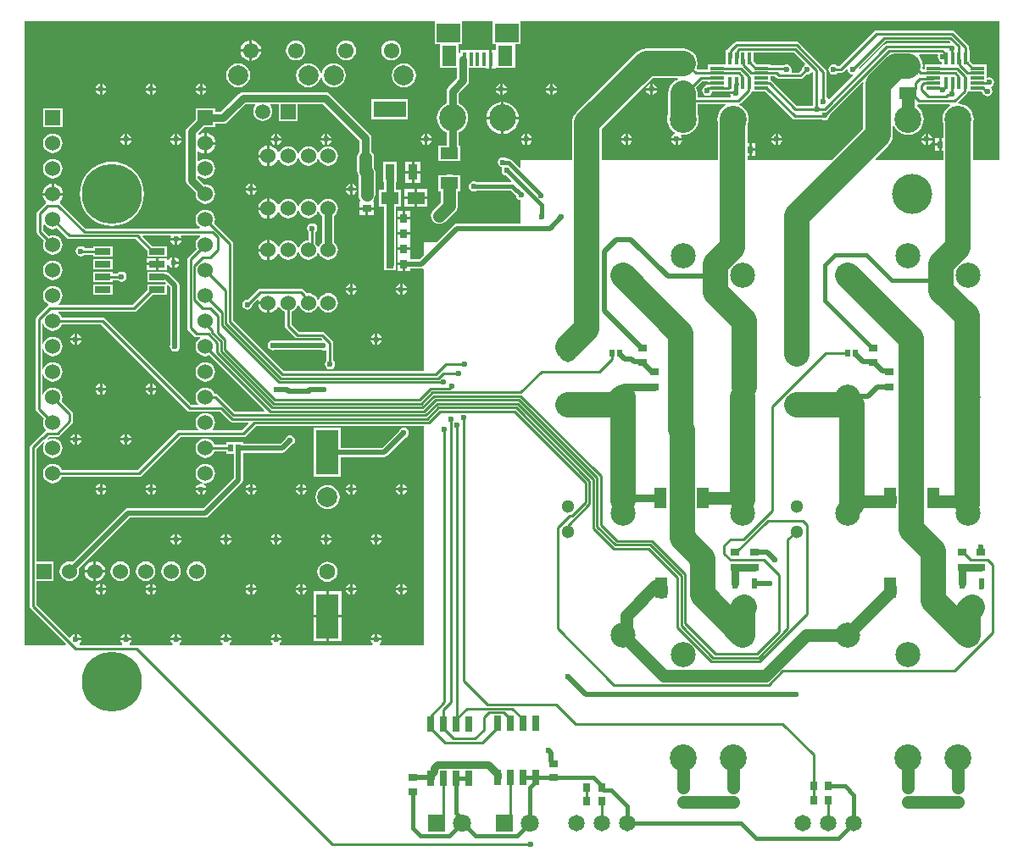
<source format=gbl>
G04*
G04 #@! TF.GenerationSoftware,Altium Limited,Altium Designer,19.0.10 (269)*
G04*
G04 Layer_Physical_Order=2*
G04 Layer_Color=16711680*
%FSLAX25Y25*%
%MOIN*%
G70*
G01*
G75*
%ADD15C,0.01000*%
%ADD18C,0.01500*%
%ADD24R,0.03543X0.02756*%
%ADD26R,0.01968X0.03150*%
%ADD29R,0.02756X0.03543*%
%ADD30R,0.03150X0.03543*%
%ADD35R,0.03543X0.03150*%
%ADD72C,0.10000*%
%ADD73C,0.05000*%
%ADD74C,0.02000*%
%ADD75C,0.03000*%
%ADD76C,0.06496*%
%ADD77C,0.05118*%
%ADD78C,0.06024*%
%ADD79R,0.06024X0.06024*%
%ADD80C,0.10630*%
%ADD81R,0.07087X0.07087*%
%ADD82C,0.07087*%
%ADD83C,0.06299*%
%ADD84C,0.07874*%
%ADD85C,0.05906*%
%ADD86R,0.05906X0.05906*%
%ADD87C,0.06000*%
%ADD88C,0.06102*%
%ADD89R,0.06000X0.06000*%
%ADD90C,0.23622*%
%ADD91C,0.15748*%
%ADD92C,0.09843*%
%ADD93C,0.02362*%
%ADD94C,0.03937*%
%ADD95C,0.05512*%
%ADD96C,0.04724*%
%ADD97R,0.01772X0.04724*%
%ADD98R,0.05512X0.01181*%
%ADD99R,0.12795X0.06496*%
%ADD100R,0.03740X0.06496*%
%ADD101R,0.07087X0.04724*%
%ADD102R,0.02559X0.06004*%
%ADD103R,0.09055X0.17717*%
%ADD104R,0.06004X0.02559*%
%ADD105R,0.07087X0.05118*%
%ADD106R,0.09350X0.07480*%
%ADD107R,0.05807X0.08268*%
%ADD108R,0.01772X0.05433*%
%ADD109R,0.04921X0.08465*%
%ADD110R,0.02362X0.03937*%
G36*
X191703Y109500D02*
X181337D01*
Y123721D01*
X181514Y124304D01*
X181632Y125500D01*
X181514Y126696D01*
X181165Y127847D01*
X180598Y128907D01*
X179836Y129836D01*
X178907Y130598D01*
X177847Y131165D01*
X176696Y131514D01*
X175670Y131615D01*
X175476Y132032D01*
X175471Y132123D01*
X178881Y135534D01*
X179165Y135959D01*
X179187Y136069D01*
X179618Y136264D01*
X179618Y136264D01*
X179618Y136264D01*
X184848D01*
X185088Y136025D01*
X185146Y135732D01*
X185581Y135081D01*
X186232Y134646D01*
X187000Y134493D01*
X187768Y134646D01*
X188419Y135081D01*
X188854Y135732D01*
X189007Y136500D01*
X188854Y137268D01*
X188607Y137639D01*
X188434Y137936D01*
X188734Y138279D01*
X189026Y138474D01*
X189461Y139125D01*
X189614Y139893D01*
X189461Y140662D01*
X189026Y141313D01*
X188375Y141748D01*
X187607Y141901D01*
X187205Y141821D01*
X186744Y142142D01*
X186705Y142214D01*
Y146894D01*
X181474D01*
X180012Y148356D01*
Y152571D01*
X179651D01*
Y153774D01*
X179551Y154276D01*
X179267Y154702D01*
X174040Y159928D01*
X173615Y160213D01*
X173112Y160313D01*
X143374D01*
X142871Y160213D01*
X142446Y159928D01*
X128830Y146313D01*
X127990D01*
X127919Y146419D01*
X127268Y146854D01*
X126500Y147007D01*
X125732Y146854D01*
X125081Y146419D01*
X124646Y145768D01*
X124493Y145000D01*
X124646Y144232D01*
X125081Y143581D01*
X125732Y143146D01*
X126500Y142993D01*
X127268Y143146D01*
X127919Y143581D01*
X127990Y143687D01*
X129374D01*
X129876Y143787D01*
X130302Y144072D01*
X131546Y145316D01*
X132007Y145070D01*
X131993Y145000D01*
X132146Y144232D01*
X132581Y143581D01*
X133232Y143146D01*
X133934Y143006D01*
X134064Y142785D01*
X134147Y142512D01*
X124838Y133203D01*
X124291Y133363D01*
X123919Y133919D01*
X123813Y133990D01*
Y144112D01*
X123713Y144615D01*
X123428Y145041D01*
X112970Y155499D01*
X112544Y155784D01*
X112041Y155884D01*
X88301D01*
X87799Y155784D01*
X87373Y155499D01*
X85119Y153245D01*
X84834Y152819D01*
X84785Y152571D01*
X83988D01*
Y146894D01*
X77134D01*
Y144860D01*
X72925D01*
X72599Y145277D01*
X72855Y145895D01*
X73054Y147406D01*
X72855Y148916D01*
X72272Y150324D01*
X71344Y151533D01*
X70135Y152461D01*
X68727Y153044D01*
X67216Y153243D01*
X52905D01*
X51395Y153044D01*
X49987Y152461D01*
X48778Y151533D01*
X25372Y128128D01*
X24445Y126919D01*
X23862Y125511D01*
X23663Y124000D01*
Y109500D01*
X3500D01*
Y106388D01*
X3038Y106197D01*
X-209Y109443D01*
X-717Y109783D01*
X-1000Y109839D01*
D01*
X-1317Y109903D01*
X-2070D01*
X-2081Y109919D01*
X-2732Y110354D01*
X-3500Y110507D01*
X-4268Y110354D01*
X-4919Y109919D01*
X-5354Y109268D01*
X-5507Y108500D01*
X-5354Y107732D01*
X-4919Y107081D01*
X-4268Y106646D01*
X-4085Y106609D01*
X-3893Y106147D01*
X-3960Y106048D01*
X-4113Y105280D01*
X-3960Y104511D01*
X-3525Y103860D01*
X-2874Y103425D01*
X-2390Y103329D01*
X-129Y101067D01*
X-336Y100567D01*
X-13803D01*
X-14232Y100854D01*
X-15000Y101007D01*
X-15768Y100854D01*
X-16419Y100419D01*
X-16854Y99768D01*
X-17007Y99000D01*
X-16854Y98232D01*
X-16419Y97581D01*
X-15768Y97146D01*
X-15000Y96993D01*
X-14232Y97146D01*
X-13803Y97433D01*
X-460D01*
X1671Y95301D01*
X1772Y94795D01*
X2207Y94144D01*
X2858Y93709D01*
X3500Y93581D01*
Y84322D01*
X-21500D01*
X-21500Y84322D01*
X-22197Y84184D01*
X-22789Y83789D01*
X-29577Y77000D01*
X-34500D01*
Y72077D01*
X-36255Y70322D01*
X-39913D01*
Y71228D01*
X-39913Y71272D01*
Y71728D01*
X-39913Y71772D01*
Y74000D01*
X-42488D01*
X-45063D01*
Y71772D01*
X-45063Y71728D01*
Y71272D01*
X-45063Y71228D01*
Y69000D01*
X-42488D01*
Y68500D01*
X-41988D01*
Y65728D01*
X-39913D01*
Y66678D01*
X-35500D01*
X-35500Y66678D01*
X-35000Y66777D01*
X-34500Y66463D01*
Y26313D01*
X-89714D01*
X-109687Y46286D01*
Y76500D01*
X-109787Y77002D01*
X-110072Y77428D01*
X-117049Y84405D01*
X-116799Y85008D01*
X-116668Y86000D01*
X-116799Y86992D01*
X-117181Y87916D01*
X-117790Y88710D01*
X-118584Y89319D01*
X-119508Y89701D01*
X-120500Y89832D01*
X-121492Y89701D01*
X-122416Y89319D01*
X-123210Y88710D01*
X-123819Y87916D01*
X-124201Y86992D01*
X-124332Y86000D01*
X-124201Y85008D01*
X-123819Y84084D01*
X-123210Y83290D01*
X-122722Y82916D01*
X-122891Y82416D01*
X-167560D01*
X-177572Y92428D01*
X-177664Y92489D01*
X-177684Y93104D01*
X-177639Y93139D01*
X-176996Y93977D01*
X-176592Y94953D01*
X-176519Y95500D01*
X-184481D01*
X-184408Y94953D01*
X-184004Y93977D01*
X-183361Y93139D01*
X-183316Y93104D01*
X-183336Y92489D01*
X-183428Y92428D01*
X-186428Y89428D01*
X-186713Y89002D01*
X-186813Y88500D01*
Y81000D01*
X-186713Y80498D01*
X-186428Y80072D01*
X-183951Y77595D01*
X-184201Y76992D01*
X-184332Y76000D01*
X-184201Y75008D01*
X-183819Y74084D01*
X-183210Y73290D01*
X-182416Y72681D01*
X-181492Y72299D01*
X-180500Y72168D01*
X-179508Y72299D01*
X-178584Y72681D01*
X-177790Y73290D01*
X-177181Y74084D01*
X-176799Y75008D01*
X-176668Y76000D01*
X-176799Y76992D01*
X-177181Y77916D01*
X-177790Y78710D01*
X-178584Y79319D01*
X-179508Y79701D01*
X-180500Y79832D01*
X-181492Y79701D01*
X-182095Y79452D01*
X-184187Y81544D01*
Y83743D01*
X-183687Y83913D01*
X-183210Y83290D01*
X-182416Y82681D01*
X-181492Y82299D01*
X-180500Y82168D01*
X-179508Y82299D01*
X-178905Y82548D01*
X-175031Y78675D01*
X-174606Y78391D01*
X-174103Y78290D01*
X-147981D01*
X-143289Y73599D01*
Y71321D01*
X-135711D01*
Y75455D01*
X-141433D01*
X-145307Y79329D01*
X-145115Y79791D01*
X-134257D01*
X-133990Y79290D01*
X-134149Y79052D01*
X-134219Y78701D01*
X-129970D01*
X-130040Y79052D01*
X-130199Y79290D01*
X-129932Y79791D01*
X-122754D01*
X-122451Y79345D01*
X-122453Y79290D01*
X-123210Y78710D01*
X-123819Y77916D01*
X-124201Y76992D01*
X-124332Y76000D01*
X-124201Y75008D01*
X-123951Y74405D01*
X-127227Y71129D01*
X-127512Y70703D01*
X-127612Y70201D01*
Y43299D01*
X-127512Y42797D01*
X-127227Y42371D01*
X-124928Y40072D01*
X-124502Y39787D01*
X-124000Y39687D01*
X-122757D01*
X-122587Y39187D01*
X-123210Y38710D01*
X-123819Y37916D01*
X-124201Y36992D01*
X-124332Y36000D01*
X-124201Y35008D01*
X-123819Y34084D01*
X-123210Y33290D01*
X-122416Y32681D01*
X-121492Y32299D01*
X-120500Y32168D01*
X-119508Y32299D01*
X-118905Y32548D01*
X-97126Y10769D01*
X-97317Y10308D01*
X-108928D01*
X-115549Y16928D01*
X-115975Y17213D01*
X-116477Y17313D01*
X-116931D01*
X-117181Y17916D01*
X-117790Y18710D01*
X-118584Y19319D01*
X-119508Y19701D01*
X-120500Y19832D01*
X-121492Y19701D01*
X-122416Y19319D01*
X-123210Y18710D01*
X-123819Y17916D01*
X-124201Y16992D01*
X-124332Y16000D01*
X-124201Y15008D01*
X-123819Y14084D01*
X-123381Y13513D01*
X-123627Y13013D01*
X-126157D01*
X-160072Y46928D01*
X-160498Y47213D01*
X-161000Y47313D01*
X-176932D01*
X-177181Y47916D01*
X-177790Y48710D01*
X-178413Y49187D01*
X-178243Y49687D01*
X-148610D01*
X-148108Y49787D01*
X-147682Y50072D01*
X-141433Y56321D01*
X-135711D01*
Y59926D01*
X-135211Y60133D01*
X-134322Y59245D01*
Y36816D01*
X-134354Y36768D01*
X-134507Y36000D01*
X-134354Y35232D01*
X-133919Y34581D01*
X-133268Y34146D01*
X-132500Y33993D01*
X-131732Y34146D01*
X-131081Y34581D01*
X-130646Y35232D01*
X-130493Y36000D01*
X-130646Y36768D01*
X-130678Y36816D01*
Y60000D01*
X-130678Y60000D01*
X-130816Y60697D01*
X-131211Y61289D01*
X-134599Y64677D01*
X-135191Y65072D01*
X-135711Y65175D01*
Y65455D01*
X-143289D01*
Y61321D01*
X-136398D01*
X-136032Y60955D01*
X-136239Y60455D01*
X-143289D01*
Y58177D01*
X-149154Y52313D01*
X-178243D01*
X-178413Y52813D01*
X-177790Y53290D01*
X-177181Y54084D01*
X-176799Y55008D01*
X-176668Y56000D01*
X-176799Y56992D01*
X-177181Y57916D01*
X-177790Y58710D01*
X-178584Y59319D01*
X-179508Y59701D01*
X-180500Y59832D01*
X-181492Y59701D01*
X-182416Y59319D01*
X-183210Y58710D01*
X-183819Y57916D01*
X-184201Y56992D01*
X-184332Y56000D01*
X-184201Y55008D01*
X-183819Y54084D01*
X-183210Y53290D01*
X-182416Y52681D01*
X-182311Y52638D01*
X-182277Y52083D01*
X-182508Y51928D01*
X-186928Y47508D01*
X-187213Y47082D01*
X-187313Y46580D01*
Y11500D01*
X-187213Y10998D01*
X-186928Y10572D01*
X-183951Y7595D01*
X-184201Y6992D01*
X-184332Y6000D01*
X-184201Y5008D01*
X-183819Y4084D01*
X-183257Y3352D01*
X-183255Y3348D01*
X-183253Y3090D01*
X-183327Y2750D01*
X-183508Y2629D01*
X-184905Y1232D01*
X-185002Y1213D01*
X-185428Y928D01*
X-189216Y-2859D01*
X-189500Y-3285D01*
X-189600Y-3787D01*
Y-66213D01*
X-189500Y-66715D01*
X-189216Y-67141D01*
X-175318Y-81038D01*
X-175510Y-81500D01*
X-191703D01*
Y164144D01*
X-30881D01*
X-30429Y164028D01*
X-30429Y163644D01*
Y154973D01*
X-28215D01*
Y145524D01*
X-21565D01*
Y141520D01*
X-24992Y138093D01*
X-25497Y137336D01*
X-25675Y136444D01*
Y131575D01*
X-25689Y131571D01*
X-26749Y131004D01*
X-27678Y130241D01*
X-28441Y129312D01*
X-29008Y128252D01*
X-29357Y127102D01*
X-29474Y125906D01*
X-29357Y124709D01*
X-29008Y123559D01*
X-28441Y122499D01*
X-27678Y121570D01*
X-26749Y120807D01*
X-25689Y120240D01*
X-25675Y120236D01*
Y115181D01*
X-28831D01*
Y108882D01*
X-20169D01*
Y115181D01*
X-21010D01*
Y120236D01*
X-20996Y120240D01*
X-19936Y120807D01*
X-19007Y121570D01*
X-18244Y122499D01*
X-17677Y123559D01*
X-17328Y124709D01*
X-17211Y125906D01*
X-17328Y127102D01*
X-17677Y128252D01*
X-18244Y129312D01*
X-19007Y130241D01*
X-19936Y131004D01*
X-20996Y131571D01*
X-21010Y131575D01*
Y135478D01*
X-17583Y138905D01*
X-17078Y139662D01*
X-16900Y140554D01*
Y145524D01*
X-10268D01*
Y145311D01*
X-8882D01*
Y149028D01*
Y152744D01*
X-10268D01*
Y152532D01*
X-20291D01*
Y151517D01*
X-20333Y151492D01*
X-20833Y151776D01*
Y154973D01*
X-19504D01*
Y163644D01*
X-19504Y164028D01*
X-19052Y164144D01*
X-7948D01*
X-7496Y164028D01*
X-7496Y163644D01*
Y154973D01*
X-6167D01*
Y153108D01*
X-6496Y152744D01*
X-6667Y152744D01*
X-7882D01*
Y149028D01*
Y145311D01*
X-6579D01*
X-6496Y145311D01*
X-6084Y145524D01*
X-5996Y145524D01*
X1215D01*
Y154973D01*
X3429D01*
Y164028D01*
X3881Y164144D01*
X191703D01*
Y109500D01*
D02*
G37*
G36*
X172297Y155838D02*
X172137Y155291D01*
X172028Y155218D01*
X147397D01*
X146894Y155118D01*
X146468Y154834D01*
X136848Y145213D01*
X136348Y145310D01*
X136298Y145370D01*
X136314Y145458D01*
X147044Y156187D01*
X171947D01*
X172297Y155838D01*
D02*
G37*
G36*
X167611Y150593D02*
X167493Y150000D01*
X167646Y149232D01*
X168081Y148581D01*
X168732Y148146D01*
X168988Y148095D01*
Y146894D01*
X162295D01*
Y145228D01*
X161882Y145072D01*
X161522Y145417D01*
X161652Y146405D01*
X161453Y147916D01*
X160870Y149324D01*
X160270Y150107D01*
X160146Y150555D01*
D01*
X160133Y150593D01*
X160493Y151093D01*
X167307D01*
X167611Y150593D01*
D02*
G37*
G36*
X115296Y147338D02*
X115137Y146791D01*
X114581Y146419D01*
X114146Y145768D01*
X113993Y145000D01*
X114018Y144874D01*
X112988Y143844D01*
X110151D01*
X109877Y144344D01*
X110007Y145000D01*
X109854Y145768D01*
X109419Y146419D01*
X108768Y146854D01*
X108000Y147007D01*
X107232Y146854D01*
X107175Y146817D01*
X107116Y146828D01*
X101543D01*
Y146894D01*
X96313D01*
X95012Y148195D01*
Y151758D01*
X110876D01*
X115296Y147338D01*
D02*
G37*
G36*
X118427Y143801D02*
Y130813D01*
X111853D01*
X102217Y140448D01*
X101792Y140732D01*
X101543Y140782D01*
Y142235D01*
X103542D01*
X104174Y141603D01*
X104599Y141319D01*
X105102Y141219D01*
X113531D01*
X114034Y141319D01*
X114460Y141603D01*
X115874Y143018D01*
X116000Y142993D01*
X116768Y143146D01*
X117419Y143581D01*
X117591Y143837D01*
X118225Y143953D01*
X118427Y143801D01*
D02*
G37*
G36*
X76921Y140110D02*
X80677D01*
Y139110D01*
X76921D01*
Y138954D01*
X76809D01*
X76307Y138854D01*
X75881Y138570D01*
X75713Y138318D01*
X75390Y138102D01*
X74955Y137451D01*
X74802Y136683D01*
X74955Y135915D01*
X75390Y135264D01*
X76041Y134829D01*
X76809Y134676D01*
X77577Y134829D01*
X78228Y135264D01*
X78664Y135915D01*
X78733Y136264D01*
X84220D01*
Y136329D01*
X85201D01*
X85386Y136366D01*
X85490Y136264D01*
X88000D01*
Y135264D01*
X85876D01*
X85945Y134913D01*
X86191Y134545D01*
X85924Y134045D01*
X73054D01*
Y135594D01*
X72855Y137105D01*
X72536Y137876D01*
X74926Y140266D01*
X76921D01*
Y140110D01*
D02*
G37*
G36*
X138214Y139688D02*
X138163Y139300D01*
Y121697D01*
X125965Y109500D01*
X92618Y109500D01*
Y110925D01*
X93279D01*
Y113500D01*
X93779D01*
D01*
X93279D01*
Y116075D01*
X92618D01*
Y123324D01*
X92916Y124304D01*
X93033Y125500D01*
X92916Y126696D01*
X92567Y127847D01*
X92000Y128907D01*
X91237Y129836D01*
X90308Y130598D01*
X89529Y131015D01*
X89517Y131272D01*
X89567Y131562D01*
X89930Y131804D01*
X93881Y135755D01*
X94058Y136020D01*
X94457Y136264D01*
X99687D01*
X110347Y125603D01*
X110773Y125319D01*
X111276Y125219D01*
X122122D01*
X122232Y125146D01*
X123000Y124993D01*
X123768Y125146D01*
X124419Y125581D01*
X124854Y126232D01*
X125007Y127000D01*
X124982Y127126D01*
X137765Y139909D01*
X138214Y139688D01*
D02*
G37*
G36*
X160059Y131219D02*
X172193D01*
X172318Y130719D01*
X172093Y130598D01*
X171164Y129836D01*
X170402Y128907D01*
X169835Y127847D01*
X169486Y126696D01*
X169368Y125500D01*
X169486Y124304D01*
X169663Y123721D01*
Y118075D01*
X169000D01*
Y115500D01*
Y112925D01*
X169663D01*
Y109500D01*
X143129Y109500D01*
X142938Y109962D01*
X148128Y115152D01*
X149055Y116361D01*
X149638Y117769D01*
X149837Y119280D01*
Y122677D01*
X150337Y122802D01*
X150716Y122093D01*
X151479Y121164D01*
X152408Y120402D01*
X153468Y119835D01*
X154619Y119486D01*
X155815Y119368D01*
X157011Y119486D01*
X158161Y119835D01*
X159222Y120402D01*
X160151Y121164D01*
X160913Y122093D01*
X161480Y123153D01*
X161829Y124304D01*
X161947Y125500D01*
X161829Y126696D01*
X161480Y127847D01*
X160913Y128907D01*
X160151Y129836D01*
X159268Y130560D01*
X159245Y130899D01*
X159253Y131001D01*
X159683Y131294D01*
X160059Y131219D01*
D02*
G37*
G36*
X65308Y141068D02*
X64298Y140650D01*
X63089Y139722D01*
X62161Y138513D01*
X61578Y137105D01*
X61379Y135594D01*
Y127279D01*
X61202Y126696D01*
X61085Y125500D01*
X61202Y124304D01*
X61551Y123153D01*
X62118Y122093D01*
X62881Y121164D01*
X63810Y120402D01*
X64199Y120194D01*
X64121Y119668D01*
X63905Y119625D01*
X63183Y119143D01*
X62701Y118422D01*
X62632Y118071D01*
X66880D01*
X66811Y118422D01*
X66465Y118940D01*
X66749Y119414D01*
X67216Y119368D01*
X68413Y119486D01*
X69563Y119835D01*
X70623Y120402D01*
X71552Y121164D01*
X72315Y122093D01*
X72882Y123153D01*
X73231Y124304D01*
X73348Y125500D01*
X73231Y126696D01*
X73054Y127279D01*
Y131420D01*
X83970D01*
X84096Y130920D01*
X83495Y130598D01*
X82566Y129836D01*
X81803Y128907D01*
X81236Y127847D01*
X80888Y126696D01*
X80770Y125500D01*
X80888Y124304D01*
X80944Y124118D01*
Y113500D01*
Y109500D01*
X35337D01*
Y121582D01*
X55323Y141568D01*
X65209D01*
X65308Y141068D01*
D02*
G37*
G36*
X-183819Y44084D02*
X-183210Y43290D01*
X-182416Y42681D01*
X-181492Y42299D01*
X-180500Y42168D01*
X-179508Y42299D01*
X-178584Y42681D01*
X-177790Y43290D01*
X-177181Y44084D01*
X-176932Y44687D01*
X-161544D01*
X-127629Y10773D01*
X-127203Y10488D01*
X-126701Y10388D01*
X-114843D01*
X-111022Y6567D01*
X-110596Y6282D01*
X-110093Y6182D01*
X-103612D01*
X-103421Y5720D01*
X-106128Y3013D01*
X-117373D01*
X-117619Y3513D01*
X-117181Y4084D01*
X-116799Y5008D01*
X-116668Y6000D01*
X-116799Y6992D01*
X-117181Y7916D01*
X-117790Y8710D01*
X-118584Y9319D01*
X-119508Y9701D01*
X-120500Y9832D01*
X-121492Y9701D01*
X-122416Y9319D01*
X-123210Y8710D01*
X-123819Y7916D01*
X-124201Y6992D01*
X-124332Y6000D01*
X-124201Y5008D01*
X-123819Y4084D01*
X-123381Y3513D01*
X-123627Y3013D01*
X-130879D01*
X-131381Y2913D01*
X-131807Y2629D01*
X-147124Y-12687D01*
X-176932D01*
X-177181Y-12084D01*
X-177790Y-11290D01*
X-178584Y-10681D01*
X-179508Y-10299D01*
X-180500Y-10168D01*
X-181492Y-10299D01*
X-182416Y-10681D01*
X-183210Y-11290D01*
X-183819Y-12084D01*
X-184201Y-13008D01*
X-184332Y-14000D01*
X-184201Y-14992D01*
X-183819Y-15916D01*
X-183210Y-16710D01*
X-182416Y-17319D01*
X-181492Y-17701D01*
X-180500Y-17832D01*
X-179508Y-17701D01*
X-178584Y-17319D01*
X-177790Y-16710D01*
X-177181Y-15916D01*
X-176932Y-15313D01*
X-146580D01*
X-146078Y-15213D01*
X-145652Y-14928D01*
X-130335Y388D01*
X-105584D01*
X-105082Y488D01*
X-104656Y773D01*
X-100746Y4682D01*
X-34500D01*
Y-81500D01*
X-51852D01*
X-52003Y-81000D01*
X-51782Y-80852D01*
X-51300Y-80130D01*
X-51230Y-79779D01*
X-55479D01*
X-55409Y-80130D01*
X-54927Y-80852D01*
X-54705Y-81000D01*
X-54857Y-81500D01*
X-91222D01*
X-91373Y-81000D01*
X-91152Y-80852D01*
X-90670Y-80130D01*
X-90600Y-79779D01*
X-94849D01*
X-94779Y-80130D01*
X-94297Y-80852D01*
X-94075Y-81000D01*
X-94227Y-81500D01*
X-110907D01*
X-111058Y-81000D01*
X-110837Y-80852D01*
X-110355Y-80130D01*
X-110285Y-79779D01*
X-114534D01*
X-114464Y-80130D01*
X-113982Y-80852D01*
X-113760Y-81000D01*
X-113912Y-81500D01*
X-130592D01*
X-130744Y-81000D01*
X-130522Y-80852D01*
X-130040Y-80130D01*
X-129970Y-79779D01*
X-134219D01*
X-134149Y-80130D01*
X-133667Y-80852D01*
X-133446Y-81000D01*
X-133597Y-81500D01*
X-150277D01*
X-150428Y-81000D01*
X-150207Y-80852D01*
X-149725Y-80130D01*
X-149655Y-79779D01*
X-153904D01*
X-153834Y-80130D01*
X-153352Y-80852D01*
X-153130Y-81000D01*
X-153282Y-81500D01*
X-169962D01*
X-170114Y-81000D01*
X-169892Y-80852D01*
X-169410Y-80130D01*
X-169340Y-79779D01*
X-171465D01*
Y-79280D01*
X-171965D01*
Y-77155D01*
X-172316Y-77225D01*
X-173037Y-77707D01*
X-173519Y-78429D01*
X-173531Y-78489D01*
X-174010Y-78634D01*
X-186975Y-65669D01*
Y-56287D01*
X-180213D01*
Y-48713D01*
X-186975D01*
Y-4331D01*
X-184158Y-1514D01*
X-184012Y-1515D01*
X-183768Y-2018D01*
X-183819Y-2084D01*
X-184201Y-3008D01*
X-184332Y-4000D01*
X-184201Y-4992D01*
X-183819Y-5916D01*
X-183210Y-6710D01*
X-182416Y-7319D01*
X-181492Y-7701D01*
X-180500Y-7832D01*
X-179508Y-7701D01*
X-178584Y-7319D01*
X-177790Y-6710D01*
X-177181Y-5916D01*
X-176799Y-4992D01*
X-176668Y-4000D01*
X-176799Y-3008D01*
X-177181Y-2084D01*
X-177790Y-1290D01*
X-178584Y-681D01*
X-179508Y-299D01*
X-180500Y-168D01*
X-181492Y-299D01*
X-182416Y-681D01*
X-182705Y-281D01*
X-182036Y388D01*
X-178719D01*
X-178217Y488D01*
X-177791Y773D01*
X-172946Y5618D01*
X-172661Y6044D01*
X-172562Y6546D01*
Y9374D01*
X-172661Y9877D01*
X-172946Y10302D01*
X-177049Y14405D01*
X-176799Y15008D01*
X-176668Y16000D01*
X-176799Y16992D01*
X-177181Y17916D01*
X-177790Y18710D01*
X-178584Y19319D01*
X-179508Y19701D01*
X-180500Y19832D01*
X-181492Y19701D01*
X-182416Y19319D01*
X-183210Y18710D01*
X-183819Y17916D01*
X-184201Y16992D01*
X-184687Y17074D01*
Y24926D01*
X-184201Y25008D01*
X-183819Y24084D01*
X-183210Y23290D01*
X-182416Y22681D01*
X-181492Y22299D01*
X-180500Y22168D01*
X-179508Y22299D01*
X-178584Y22681D01*
X-177790Y23290D01*
X-177181Y24084D01*
X-176799Y25008D01*
X-176668Y26000D01*
X-176799Y26992D01*
X-177181Y27916D01*
X-177790Y28710D01*
X-178584Y29319D01*
X-179508Y29701D01*
X-180500Y29832D01*
X-181492Y29701D01*
X-182416Y29319D01*
X-183210Y28710D01*
X-183819Y27916D01*
X-184201Y26992D01*
X-184687Y27074D01*
Y34926D01*
X-184201Y35008D01*
X-183819Y34084D01*
X-183210Y33290D01*
X-182416Y32681D01*
X-181492Y32299D01*
X-180500Y32168D01*
X-179508Y32299D01*
X-178584Y32681D01*
X-177790Y33290D01*
X-177181Y34084D01*
X-176799Y35008D01*
X-176668Y36000D01*
X-176799Y36992D01*
X-177181Y37916D01*
X-177790Y38710D01*
X-178584Y39319D01*
X-179508Y39701D01*
X-180500Y39832D01*
X-181492Y39701D01*
X-182416Y39319D01*
X-183210Y38710D01*
X-183819Y37916D01*
X-184201Y36992D01*
X-184687Y37074D01*
Y44926D01*
X-184201Y45008D01*
X-183819Y44084D01*
D02*
G37*
%LPC*%
G36*
X-102216Y156520D02*
Y153000D01*
X-98696D01*
X-98770Y153558D01*
X-99178Y154543D01*
X-99827Y155389D01*
X-100673Y156039D01*
X-101659Y156447D01*
X-102216Y156520D01*
D02*
G37*
G36*
X-103217D02*
X-103774Y156447D01*
X-104760Y156039D01*
X-105606Y155389D01*
X-106255Y154543D01*
X-106663Y153558D01*
X-106737Y153000D01*
X-103217D01*
Y156520D01*
D02*
G37*
G36*
X-47441Y156372D02*
X-48443Y156240D01*
X-49377Y155853D01*
X-50179Y155238D01*
X-50794Y154436D01*
X-51181Y153502D01*
X-51313Y152500D01*
X-51181Y151498D01*
X-50794Y150564D01*
X-50179Y149762D01*
X-49377Y149147D01*
X-48443Y148760D01*
X-47441Y148628D01*
X-46439Y148760D01*
X-45505Y149147D01*
X-44703Y149762D01*
X-44088Y150564D01*
X-43701Y151498D01*
X-43569Y152500D01*
X-43701Y153502D01*
X-44088Y154436D01*
X-44703Y155238D01*
X-45505Y155853D01*
X-46439Y156240D01*
X-47441Y156372D01*
D02*
G37*
G36*
X-65158D02*
X-66160Y156240D01*
X-67093Y155853D01*
X-67895Y155238D01*
X-68511Y154436D01*
X-68897Y153502D01*
X-69029Y152500D01*
X-68897Y151498D01*
X-68511Y150564D01*
X-67895Y149762D01*
X-67093Y149147D01*
X-66160Y148760D01*
X-65158Y148628D01*
X-64155Y148760D01*
X-63222Y149147D01*
X-62420Y149762D01*
X-61804Y150564D01*
X-61418Y151498D01*
X-61286Y152500D01*
X-61418Y153502D01*
X-61804Y154436D01*
X-62420Y155238D01*
X-63222Y155853D01*
X-64155Y156240D01*
X-65158Y156372D01*
D02*
G37*
G36*
X-85000D02*
X-86002Y156240D01*
X-86936Y155853D01*
X-87738Y155238D01*
X-88353Y154436D01*
X-88740Y153502D01*
X-88872Y152500D01*
X-88740Y151498D01*
X-88353Y150564D01*
X-87738Y149762D01*
X-86936Y149147D01*
X-86002Y148760D01*
X-85000Y148628D01*
X-83998Y148760D01*
X-83064Y149147D01*
X-82262Y149762D01*
X-81647Y150564D01*
X-81260Y151498D01*
X-81128Y152500D01*
X-81260Y153502D01*
X-81647Y154436D01*
X-82262Y155238D01*
X-83064Y155853D01*
X-83998Y156240D01*
X-85000Y156372D01*
D02*
G37*
G36*
X-98696Y152000D02*
X-102216D01*
Y148480D01*
X-101659Y148553D01*
X-100673Y148961D01*
X-99827Y149611D01*
X-99178Y150457D01*
X-98770Y151442D01*
X-98696Y152000D01*
D02*
G37*
G36*
X-103217D02*
X-106737D01*
X-106663Y151442D01*
X-106255Y150457D01*
X-105606Y149611D01*
X-104760Y148961D01*
X-103774Y148553D01*
X-103217Y148480D01*
Y152000D01*
D02*
G37*
G36*
X-70098Y147462D02*
X-71332Y147300D01*
X-72481Y146824D01*
X-73468Y146066D01*
X-74225Y145079D01*
X-74701Y143930D01*
X-74827Y142978D01*
X-75331D01*
X-75456Y143930D01*
X-75932Y145079D01*
X-76690Y146066D01*
X-77676Y146824D01*
X-78826Y147300D01*
X-80059Y147462D01*
X-81292Y147300D01*
X-82442Y146824D01*
X-83429Y146066D01*
X-84186Y145079D01*
X-84662Y143930D01*
X-84824Y142697D01*
X-84662Y141463D01*
X-84186Y140314D01*
X-83429Y139327D01*
X-82442Y138570D01*
X-81292Y138094D01*
X-80059Y137932D01*
X-78826Y138094D01*
X-77676Y138570D01*
X-76690Y139327D01*
X-75932Y140314D01*
X-75456Y141463D01*
X-75331Y142416D01*
X-74827D01*
X-74701Y141463D01*
X-74225Y140314D01*
X-73468Y139327D01*
X-72481Y138570D01*
X-71332Y138094D01*
X-70098Y137932D01*
X-68865Y138094D01*
X-67716Y138570D01*
X-66729Y139327D01*
X-65972Y140314D01*
X-65496Y141463D01*
X-65333Y142697D01*
X-65496Y143930D01*
X-65972Y145079D01*
X-66729Y146066D01*
X-67716Y146824D01*
X-68865Y147300D01*
X-70098Y147462D01*
D02*
G37*
G36*
X-42500D02*
X-43733Y147300D01*
X-44883Y146824D01*
X-45869Y146066D01*
X-46627Y145079D01*
X-47103Y143930D01*
X-47265Y142697D01*
X-47103Y141463D01*
X-46627Y140314D01*
X-45869Y139327D01*
X-44883Y138570D01*
X-43733Y138094D01*
X-42500Y137932D01*
X-41267Y138094D01*
X-40117Y138570D01*
X-39130Y139327D01*
X-38373Y140314D01*
X-37897Y141463D01*
X-37735Y142697D01*
X-37897Y143930D01*
X-38373Y145079D01*
X-39130Y146066D01*
X-40117Y146824D01*
X-41267Y147300D01*
X-42500Y147462D01*
D02*
G37*
G36*
X-107658D02*
X-108891Y147300D01*
X-110040Y146824D01*
X-111027Y146066D01*
X-111784Y145079D01*
X-112260Y143930D01*
X-112423Y142697D01*
X-112260Y141463D01*
X-111784Y140314D01*
X-111027Y139327D01*
X-110040Y138570D01*
X-108891Y138094D01*
X-107658Y137932D01*
X-106424Y138094D01*
X-105275Y138570D01*
X-104288Y139327D01*
X-103531Y140314D01*
X-103055Y141463D01*
X-102892Y142697D01*
X-103055Y143930D01*
X-103531Y145079D01*
X-104288Y146066D01*
X-105275Y146824D01*
X-106424Y147300D01*
X-107658Y147462D01*
D02*
G37*
G36*
X16043Y139380D02*
Y137756D01*
X17668D01*
X17598Y138107D01*
X17116Y138828D01*
X16394Y139311D01*
X16043Y139380D01*
D02*
G37*
G36*
X15043D02*
X14692Y139311D01*
X13971Y138828D01*
X13489Y138107D01*
X13419Y137756D01*
X15043D01*
Y139380D01*
D02*
G37*
G36*
X-3642D02*
Y137756D01*
X-2017D01*
X-2087Y138107D01*
X-2569Y138828D01*
X-3291Y139311D01*
X-3642Y139380D01*
D02*
G37*
G36*
X-4642D02*
X-4993Y139311D01*
X-5714Y138828D01*
X-6196Y138107D01*
X-6266Y137756D01*
X-4642D01*
Y139380D01*
D02*
G37*
G36*
X-121752D02*
Y137756D01*
X-120128D01*
X-120197Y138107D01*
X-120679Y138828D01*
X-121401Y139311D01*
X-121752Y139380D01*
D02*
G37*
G36*
X-122752D02*
X-123103Y139311D01*
X-123825Y138828D01*
X-124306Y138107D01*
X-124376Y137756D01*
X-122752D01*
Y139380D01*
D02*
G37*
G36*
X-141437D02*
Y137756D01*
X-139813D01*
X-139882Y138107D01*
X-140365Y138828D01*
X-141086Y139311D01*
X-141437Y139380D01*
D02*
G37*
G36*
X-142437D02*
X-142788Y139311D01*
X-143509Y138828D01*
X-143992Y138107D01*
X-144061Y137756D01*
X-142437D01*
Y139380D01*
D02*
G37*
G36*
X-161122D02*
Y137756D01*
X-159498D01*
X-159567Y138107D01*
X-160049Y138828D01*
X-160771Y139311D01*
X-161122Y139380D01*
D02*
G37*
G36*
X-162122D02*
X-162473Y139311D01*
X-163195Y138828D01*
X-163677Y138107D01*
X-163746Y137756D01*
X-162122D01*
Y139380D01*
D02*
G37*
G36*
X17668Y136756D02*
X16043D01*
Y135132D01*
X16394Y135201D01*
X17116Y135683D01*
X17598Y136405D01*
X17668Y136756D01*
D02*
G37*
G36*
X15043D02*
X13419D01*
X13489Y136405D01*
X13971Y135683D01*
X14692Y135201D01*
X15043Y135132D01*
Y136756D01*
D02*
G37*
G36*
X-2017D02*
X-3642D01*
Y135132D01*
X-3291Y135201D01*
X-2569Y135683D01*
X-2087Y136405D01*
X-2017Y136756D01*
D02*
G37*
G36*
X-4642D02*
X-6266D01*
X-6196Y136405D01*
X-5714Y135683D01*
X-4993Y135201D01*
X-4642Y135132D01*
Y136756D01*
D02*
G37*
G36*
X-120128D02*
X-121752D01*
Y135132D01*
X-121401Y135201D01*
X-120679Y135683D01*
X-120197Y136405D01*
X-120128Y136756D01*
D02*
G37*
G36*
X-122752D02*
X-124376D01*
X-124306Y136405D01*
X-123825Y135683D01*
X-123103Y135201D01*
X-122752Y135132D01*
Y136756D01*
D02*
G37*
G36*
X-139813D02*
X-141437D01*
Y135132D01*
X-141086Y135201D01*
X-140365Y135683D01*
X-139882Y136405D01*
X-139813Y136756D01*
D02*
G37*
G36*
X-142437D02*
X-144061D01*
X-143992Y136405D01*
X-143509Y135683D01*
X-142788Y135201D01*
X-142437Y135132D01*
Y136756D01*
D02*
G37*
G36*
X-159498D02*
X-161122D01*
Y135132D01*
X-160771Y135201D01*
X-160049Y135683D01*
X-159567Y136405D01*
X-159498Y136756D01*
D02*
G37*
G36*
X-162122D02*
X-163746D01*
X-163677Y136405D01*
X-163195Y135683D01*
X-162473Y135201D01*
X-162122Y135132D01*
Y136756D01*
D02*
G37*
G36*
X-3158Y132202D02*
Y126406D01*
X2639D01*
X2566Y127144D01*
X2205Y128334D01*
X1619Y129431D01*
X829Y130393D01*
X-132Y131182D01*
X-1229Y131768D01*
X-2420Y132129D01*
X-3158Y132202D01*
D02*
G37*
G36*
X-4157D02*
X-4895Y132129D01*
X-6086Y131768D01*
X-7183Y131182D01*
X-8144Y130393D01*
X-8934Y129431D01*
X-9520Y128334D01*
X-9881Y127144D01*
X-9954Y126406D01*
X-4157D01*
Y132202D01*
D02*
G37*
G36*
X-40815Y133437D02*
X-55185D01*
Y125366D01*
X-40815D01*
Y133437D01*
D02*
G37*
G36*
X-176701Y129799D02*
X-184299D01*
Y122201D01*
X-176701D01*
Y129799D01*
D02*
G37*
G36*
X2639Y125406D02*
X-3158D01*
Y119609D01*
X-2420Y119682D01*
X-1229Y120043D01*
X-132Y120629D01*
X829Y121419D01*
X1619Y122380D01*
X2205Y123477D01*
X2566Y124668D01*
X2639Y125406D01*
D02*
G37*
G36*
X-4157D02*
X-9954D01*
X-9881Y124668D01*
X-9520Y123477D01*
X-8934Y122380D01*
X-8144Y121419D01*
X-7183Y120629D01*
X-6086Y120043D01*
X-4895Y119682D01*
X-4157Y119609D01*
Y125406D01*
D02*
G37*
G36*
X6201Y119695D02*
Y118071D01*
X7825D01*
X7755Y118422D01*
X7273Y119143D01*
X6552Y119625D01*
X6201Y119695D01*
D02*
G37*
G36*
X5201D02*
X4850Y119625D01*
X4128Y119143D01*
X3646Y118422D01*
X3576Y118071D01*
X5201D01*
Y119695D01*
D02*
G37*
G36*
X-33169D02*
Y118071D01*
X-31545D01*
X-31615Y118422D01*
X-32097Y119143D01*
X-32818Y119625D01*
X-33169Y119695D01*
D02*
G37*
G36*
X-34169D02*
X-34520Y119625D01*
X-35242Y119143D01*
X-35724Y118422D01*
X-35794Y118071D01*
X-34169D01*
Y119695D01*
D02*
G37*
G36*
X-72539D02*
Y118071D01*
X-70915D01*
X-70985Y118422D01*
X-71467Y119143D01*
X-72188Y119625D01*
X-72539Y119695D01*
D02*
G37*
G36*
X-73539D02*
X-73890Y119625D01*
X-74612Y119143D01*
X-75094Y118422D01*
X-75164Y118071D01*
X-73539D01*
Y119695D01*
D02*
G37*
G36*
X-92224D02*
Y118071D01*
X-90600D01*
X-90670Y118422D01*
X-91152Y119143D01*
X-91873Y119625D01*
X-92224Y119695D01*
D02*
G37*
G36*
X-93224D02*
X-93575Y119625D01*
X-94297Y119143D01*
X-94779Y118422D01*
X-94849Y118071D01*
X-93224D01*
Y119695D01*
D02*
G37*
G36*
X-131595D02*
Y118071D01*
X-129970D01*
X-130040Y118422D01*
X-130522Y119143D01*
X-131244Y119625D01*
X-131595Y119695D01*
D02*
G37*
G36*
X-132595D02*
X-132946Y119625D01*
X-133667Y119143D01*
X-134149Y118422D01*
X-134219Y118071D01*
X-132595D01*
Y119695D01*
D02*
G37*
G36*
X-151279D02*
Y118071D01*
X-149655D01*
X-149725Y118422D01*
X-150207Y119143D01*
X-150928Y119625D01*
X-151279Y119695D01*
D02*
G37*
G36*
X-152279D02*
X-152630Y119625D01*
X-153352Y119143D01*
X-153834Y118422D01*
X-153904Y118071D01*
X-152279D01*
Y119695D01*
D02*
G37*
G36*
X-120000Y119981D02*
Y116500D01*
X-116519D01*
X-116592Y117047D01*
X-116996Y118023D01*
X-117639Y118861D01*
X-118477Y119504D01*
X-119453Y119908D01*
X-120000Y119981D01*
D02*
G37*
G36*
X7825Y117071D02*
X6201D01*
Y115446D01*
X6552Y115516D01*
X7273Y115998D01*
X7755Y116720D01*
X7825Y117071D01*
D02*
G37*
G36*
X5201D02*
X3576D01*
X3646Y116720D01*
X4128Y115998D01*
X4850Y115516D01*
X5201Y115446D01*
Y117071D01*
D02*
G37*
G36*
X-31545D02*
X-33169D01*
Y115446D01*
X-32818Y115516D01*
X-32097Y115998D01*
X-31615Y116720D01*
X-31545Y117071D01*
D02*
G37*
G36*
X-34169D02*
X-35794D01*
X-35724Y116720D01*
X-35242Y115998D01*
X-34520Y115516D01*
X-34169Y115446D01*
Y117071D01*
D02*
G37*
G36*
X-70915D02*
X-72539D01*
Y115446D01*
X-72188Y115516D01*
X-71467Y115998D01*
X-70985Y116720D01*
X-70915Y117071D01*
D02*
G37*
G36*
X-73539D02*
X-75164D01*
X-75094Y116720D01*
X-74612Y115998D01*
X-73890Y115516D01*
X-73539Y115446D01*
Y117071D01*
D02*
G37*
G36*
X-90600D02*
X-92224D01*
Y115446D01*
X-91873Y115516D01*
X-91152Y115998D01*
X-90670Y116720D01*
X-90600Y117071D01*
D02*
G37*
G36*
X-93224D02*
X-94849D01*
X-94779Y116720D01*
X-94297Y115998D01*
X-93575Y115516D01*
X-93224Y115446D01*
Y117071D01*
D02*
G37*
G36*
X-129970D02*
X-131595D01*
Y115446D01*
X-131244Y115516D01*
X-130522Y115998D01*
X-130040Y116720D01*
X-129970Y117071D01*
D02*
G37*
G36*
X-132595D02*
X-134219D01*
X-134149Y116720D01*
X-133667Y115998D01*
X-132946Y115516D01*
X-132595Y115446D01*
Y117071D01*
D02*
G37*
G36*
X-149655D02*
X-151279D01*
Y115446D01*
X-150928Y115516D01*
X-150207Y115998D01*
X-149725Y116720D01*
X-149655Y117071D01*
D02*
G37*
G36*
X-152279D02*
X-153904D01*
X-153834Y116720D01*
X-153352Y115998D01*
X-152630Y115516D01*
X-152279Y115446D01*
Y117071D01*
D02*
G37*
G36*
X-180500Y119832D02*
X-181492Y119701D01*
X-182416Y119319D01*
X-183210Y118710D01*
X-183819Y117916D01*
X-184201Y116992D01*
X-184332Y116000D01*
X-184201Y115008D01*
X-183819Y114084D01*
X-183210Y113290D01*
X-182416Y112681D01*
X-181492Y112299D01*
X-180500Y112168D01*
X-179508Y112299D01*
X-178584Y112681D01*
X-177790Y113290D01*
X-177181Y114084D01*
X-176799Y115008D01*
X-176668Y116000D01*
X-176799Y116992D01*
X-177181Y117916D01*
X-177790Y118710D01*
X-178584Y119319D01*
X-179508Y119701D01*
X-180500Y119832D01*
D02*
G37*
G36*
X-116519Y115500D02*
X-120000D01*
Y112019D01*
X-119453Y112092D01*
X-118477Y112496D01*
X-117639Y113139D01*
X-116996Y113977D01*
X-116592Y114953D01*
X-116519Y115500D01*
D02*
G37*
G36*
X-96311Y114969D02*
X-96855Y114897D01*
X-97828Y114494D01*
X-98664Y113853D01*
X-99305Y113017D01*
X-99708Y112044D01*
X-99780Y111500D01*
X-96311D01*
Y114969D01*
D02*
G37*
G36*
X-95311D02*
Y111000D01*
Y107031D01*
X-94767Y107103D01*
X-93794Y107506D01*
X-92958Y108147D01*
X-92317Y108983D01*
X-92030Y109677D01*
X-91488D01*
X-91245Y109090D01*
X-90638Y108299D01*
X-89847Y107692D01*
X-88926Y107310D01*
X-87937Y107180D01*
X-86948Y107310D01*
X-86027Y107692D01*
X-85236Y108299D01*
X-84629Y109090D01*
X-84247Y110011D01*
X-83753D01*
X-83371Y109090D01*
X-82764Y108299D01*
X-81973Y107692D01*
X-81052Y107310D01*
X-80063Y107180D01*
X-79074Y107310D01*
X-78153Y107692D01*
X-77362Y108299D01*
X-76755Y109090D01*
X-76373Y110011D01*
X-75879D01*
X-75497Y109090D01*
X-74890Y108299D01*
X-74099Y107692D01*
X-73178Y107310D01*
X-72189Y107180D01*
X-71200Y107310D01*
X-70279Y107692D01*
X-69488Y108299D01*
X-68881Y109090D01*
X-68499Y110011D01*
X-68369Y111000D01*
X-68499Y111989D01*
X-68881Y112910D01*
X-69488Y113701D01*
X-70279Y114308D01*
X-71200Y114690D01*
X-72189Y114820D01*
X-73178Y114690D01*
X-74099Y114308D01*
X-74890Y113701D01*
X-75497Y112910D01*
X-75879Y111989D01*
X-76373D01*
X-76755Y112910D01*
X-77362Y113701D01*
X-78153Y114308D01*
X-79074Y114690D01*
X-80063Y114820D01*
X-81052Y114690D01*
X-81973Y114308D01*
X-82764Y113701D01*
X-83371Y112910D01*
X-83753Y111989D01*
X-84247D01*
X-84629Y112910D01*
X-85236Y113701D01*
X-86027Y114308D01*
X-86948Y114690D01*
X-87937Y114820D01*
X-88926Y114690D01*
X-89847Y114308D01*
X-90638Y113701D01*
X-91245Y112910D01*
X-91488Y112323D01*
X-92030D01*
X-92317Y113017D01*
X-92958Y113853D01*
X-93794Y114494D01*
X-94767Y114897D01*
X-95311Y114969D01*
D02*
G37*
G36*
X-96311Y110500D02*
X-99780D01*
X-99708Y109956D01*
X-99305Y108983D01*
X-98664Y108147D01*
X-97828Y107506D01*
X-96855Y107103D01*
X-96311Y107031D01*
Y110500D01*
D02*
G37*
G36*
X-36075Y108846D02*
X-38445D01*
Y105098D01*
X-36075D01*
Y108846D01*
D02*
G37*
G36*
X-39445D02*
X-41815D01*
Y105098D01*
X-39445D01*
Y108846D01*
D02*
G37*
G36*
X-180500Y109832D02*
X-181492Y109701D01*
X-182416Y109319D01*
X-183210Y108710D01*
X-183819Y107916D01*
X-184201Y106992D01*
X-184332Y106000D01*
X-184201Y105008D01*
X-183819Y104084D01*
X-183210Y103290D01*
X-182416Y102681D01*
X-181492Y102299D01*
X-180500Y102168D01*
X-179508Y102299D01*
X-178584Y102681D01*
X-177790Y103290D01*
X-177181Y104084D01*
X-176799Y105008D01*
X-176668Y106000D01*
X-176799Y106992D01*
X-177181Y107916D01*
X-177790Y108710D01*
X-178584Y109319D01*
X-179508Y109701D01*
X-180500Y109832D01*
D02*
G37*
G36*
X-36075Y104098D02*
X-38445D01*
Y100350D01*
X-36075D01*
Y104098D01*
D02*
G37*
G36*
X-39445D02*
X-41815D01*
Y100350D01*
X-39445D01*
Y104098D01*
D02*
G37*
G36*
X-62697Y100010D02*
Y98386D01*
X-61072D01*
X-61142Y98737D01*
X-61624Y99458D01*
X-62346Y99940D01*
X-62697Y100010D01*
D02*
G37*
G36*
X-63697D02*
X-64048Y99940D01*
X-64769Y99458D01*
X-65251Y98737D01*
X-65321Y98386D01*
X-63697D01*
Y100010D01*
D02*
G37*
G36*
X-102067D02*
Y98386D01*
X-100443D01*
X-100512Y98737D01*
X-100994Y99458D01*
X-101716Y99940D01*
X-102067Y100010D01*
D02*
G37*
G36*
X-103067D02*
X-103418Y99940D01*
X-104139Y99458D01*
X-104622Y98737D01*
X-104691Y98386D01*
X-103067D01*
Y100010D01*
D02*
G37*
G36*
X-180000Y99981D02*
Y96500D01*
X-176519D01*
X-176592Y97047D01*
X-176996Y98023D01*
X-177639Y98861D01*
X-178477Y99504D01*
X-179453Y99909D01*
X-180000Y99981D01*
D02*
G37*
G36*
X-181000D02*
X-181547Y99909D01*
X-182523Y99504D01*
X-183361Y98861D01*
X-184004Y98023D01*
X-184408Y97047D01*
X-184481Y96500D01*
X-181000D01*
Y99981D01*
D02*
G37*
G36*
X-61072Y97386D02*
X-62697D01*
Y95762D01*
X-62346Y95831D01*
X-61624Y96313D01*
X-61142Y97035D01*
X-61072Y97386D01*
D02*
G37*
G36*
X-63697D02*
X-65321D01*
X-65251Y97035D01*
X-64769Y96313D01*
X-64048Y95831D01*
X-63697Y95762D01*
Y97386D01*
D02*
G37*
G36*
X-100443D02*
X-102067D01*
Y95762D01*
X-101716Y95831D01*
X-100994Y96313D01*
X-100512Y97035D01*
X-100443Y97386D01*
D02*
G37*
G36*
X-103067D02*
X-104691D01*
X-104622Y97035D01*
X-104139Y96313D01*
X-103418Y95831D01*
X-103067Y95762D01*
Y97386D01*
D02*
G37*
G36*
X-33220Y98059D02*
X-37264D01*
Y95000D01*
X-33220D01*
Y98059D01*
D02*
G37*
G36*
X-38264D02*
X-42307D01*
Y95000D01*
X-38264D01*
Y98059D01*
D02*
G37*
G36*
X-73240Y136072D02*
X-105760D01*
X-106652Y135895D01*
X-107409Y135389D01*
X-114466Y128332D01*
X-116701D01*
Y129799D01*
X-124299D01*
Y125499D01*
X-127448Y122350D01*
X-127954Y121593D01*
X-128131Y120701D01*
Y101324D01*
X-127954Y100432D01*
X-127448Y99675D01*
X-124267Y96494D01*
X-124332Y96000D01*
X-124201Y95008D01*
X-123819Y94084D01*
X-123210Y93290D01*
X-122416Y92681D01*
X-121492Y92299D01*
X-120500Y92168D01*
X-119508Y92299D01*
X-118584Y92681D01*
X-117790Y93290D01*
X-117181Y94084D01*
X-116799Y95008D01*
X-116668Y96000D01*
X-116799Y96992D01*
X-117181Y97916D01*
X-117790Y98710D01*
X-118584Y99319D01*
X-119508Y99701D01*
X-120500Y99832D01*
X-120950Y99773D01*
X-123467Y102290D01*
Y102858D01*
X-122967Y103104D01*
X-122416Y102681D01*
X-121492Y102299D01*
X-120500Y102168D01*
X-119508Y102299D01*
X-118584Y102681D01*
X-117790Y103290D01*
X-117181Y104084D01*
X-116799Y105008D01*
X-116668Y106000D01*
X-116799Y106992D01*
X-117181Y107916D01*
X-117790Y108710D01*
X-118584Y109319D01*
X-119508Y109701D01*
X-120500Y109832D01*
X-121492Y109701D01*
X-122416Y109319D01*
X-122967Y108896D01*
X-123467Y109142D01*
Y112590D01*
X-122967Y112836D01*
X-122523Y112496D01*
X-121547Y112092D01*
X-121000Y112019D01*
Y116000D01*
Y119981D01*
X-121547Y119908D01*
X-122523Y119504D01*
X-122800Y119292D01*
X-123297Y119517D01*
X-123337Y119865D01*
X-121001Y122201D01*
X-116701D01*
Y123668D01*
X-113500D01*
X-112608Y123845D01*
X-111851Y124351D01*
X-104794Y131408D01*
X-101050D01*
X-100804Y130908D01*
X-101204Y130386D01*
X-101581Y129476D01*
X-101709Y128500D01*
X-101581Y127524D01*
X-101204Y126614D01*
X-100604Y125832D01*
X-99823Y125233D01*
X-98913Y124856D01*
X-97937Y124728D01*
X-96961Y124856D01*
X-96051Y125233D01*
X-95270Y125832D01*
X-94670Y126614D01*
X-94293Y127524D01*
X-94165Y128500D01*
X-94293Y129476D01*
X-94670Y130386D01*
X-95070Y130908D01*
X-94824Y131408D01*
X-91677D01*
Y124760D01*
X-84197D01*
Y131408D01*
X-74206D01*
X-59832Y117034D01*
Y112854D01*
X-59845Y112845D01*
X-60372Y112158D01*
X-60703Y111358D01*
X-60816Y110500D01*
Y105043D01*
X-60703Y104185D01*
X-60372Y103385D01*
X-60371Y103385D01*
Y95756D01*
X-60258Y94898D01*
X-59927Y94098D01*
X-59732Y93845D01*
X-59614Y93394D01*
D01*
X-59586Y93319D01*
X-59827Y92819D01*
X-59827D01*
Y90744D01*
X-57055D01*
X-54283D01*
Y92819D01*
X-54283D01*
X-54525Y93319D01*
X-54496Y93394D01*
D01*
X-54378Y93845D01*
X-54184Y94098D01*
X-53852Y94898D01*
X-53739Y95756D01*
Y104598D01*
X-53852Y105457D01*
X-54184Y106256D01*
X-54184Y106257D01*
Y110500D01*
X-54297Y111358D01*
X-54628Y112158D01*
X-55155Y112845D01*
X-55168Y112854D01*
Y118000D01*
X-55345Y118893D01*
X-55851Y119649D01*
X-71591Y135389D01*
X-72348Y135895D01*
X-73240Y136072D01*
D02*
G37*
G36*
X-33220Y94000D02*
X-37264D01*
Y90941D01*
X-33220D01*
Y94000D01*
D02*
G37*
G36*
X-38264D02*
X-42307D01*
Y90941D01*
X-38264D01*
Y94000D01*
D02*
G37*
G36*
X-96311Y94247D02*
X-96855Y94176D01*
X-97828Y93773D01*
X-98664Y93132D01*
X-99305Y92296D01*
X-99708Y91323D01*
X-99780Y90779D01*
X-96311D01*
Y94247D01*
D02*
G37*
G36*
X-54283Y89744D02*
X-56555D01*
Y87669D01*
X-54283D01*
Y89744D01*
D02*
G37*
G36*
X-57555D02*
X-59827D01*
Y87669D01*
X-57555D01*
Y89744D01*
D02*
G37*
G36*
X-39913Y89272D02*
X-41988D01*
Y87000D01*
X-39913D01*
Y89272D01*
D02*
G37*
G36*
X-42988D02*
X-45063D01*
Y87000D01*
X-42988D01*
Y89272D01*
D02*
G37*
G36*
X-96311Y89779D02*
X-99780D01*
X-99708Y89234D01*
X-99305Y88261D01*
X-98664Y87426D01*
X-97828Y86785D01*
X-96855Y86382D01*
X-96311Y86310D01*
Y89779D01*
D02*
G37*
G36*
X-24543Y103772D02*
X-25401Y103659D01*
X-26100Y103370D01*
X-28831D01*
Y97071D01*
X-27859D01*
Y92830D01*
X-30845Y89845D01*
X-31372Y89158D01*
X-31703Y88358D01*
X-31816Y87500D01*
X-31703Y86642D01*
X-31372Y85842D01*
X-30845Y85155D01*
X-30158Y84628D01*
X-29358Y84297D01*
X-28500Y84184D01*
X-27642Y84297D01*
X-26842Y84628D01*
X-26155Y85155D01*
X-22199Y89112D01*
X-21672Y89799D01*
X-21340Y90598D01*
X-21227Y91457D01*
Y97071D01*
X-20169D01*
Y103370D01*
X-22986D01*
X-23685Y103659D01*
X-24543Y103772D01*
D02*
G37*
G36*
X-157283Y108700D02*
X-159260Y108545D01*
X-161189Y108082D01*
X-163021Y107323D01*
X-164711Y106287D01*
X-166219Y104999D01*
X-167507Y103491D01*
X-168544Y101800D01*
X-169302Y99968D01*
X-169765Y98040D01*
X-169921Y96063D01*
X-169765Y94086D01*
X-169302Y92158D01*
X-168544Y90326D01*
X-167507Y88635D01*
X-166219Y87127D01*
X-164711Y85839D01*
X-163021Y84803D01*
X-161189Y84044D01*
X-159260Y83581D01*
X-157283Y83426D01*
X-155306Y83581D01*
X-153378Y84044D01*
X-151546Y84803D01*
X-149855Y85839D01*
X-148347Y87127D01*
X-147060Y88635D01*
X-146023Y90326D01*
X-145265Y92158D01*
X-144802Y94086D01*
X-144646Y96063D01*
X-144802Y98040D01*
X-145265Y99968D01*
X-146023Y101800D01*
X-147060Y103491D01*
X-148347Y104999D01*
X-149855Y106287D01*
X-151546Y107323D01*
X-153378Y108082D01*
X-155306Y108545D01*
X-157283Y108700D01*
D02*
G37*
G36*
X-42488Y86500D02*
D01*
Y86000D01*
X-45063D01*
Y83772D01*
X-45063Y83728D01*
Y83272D01*
X-45063Y83228D01*
Y81000D01*
X-42488D01*
X-39913D01*
Y83228D01*
X-39913Y83272D01*
Y83728D01*
X-39913Y83772D01*
Y86000D01*
X-42488D01*
Y86500D01*
D02*
G37*
G36*
X-129970Y77701D02*
X-131595D01*
Y76076D01*
X-131244Y76146D01*
X-130522Y76628D01*
X-130040Y77350D01*
X-129970Y77701D01*
D02*
G37*
G36*
X-132595D02*
X-134219D01*
X-134149Y77350D01*
X-133667Y76628D01*
X-132946Y76146D01*
X-132595Y76076D01*
Y77701D01*
D02*
G37*
G36*
X-39913Y80000D02*
X-42488D01*
X-45063D01*
Y77772D01*
X-45063Y77728D01*
Y77272D01*
X-45063Y77228D01*
Y75000D01*
X-42488D01*
X-39913D01*
Y77228D01*
X-39913Y77272D01*
Y77728D01*
X-39913Y77772D01*
Y80000D01*
D02*
G37*
G36*
X-95311Y94247D02*
Y90279D01*
Y86310D01*
X-94767Y86382D01*
X-93794Y86785D01*
X-92958Y87426D01*
X-92317Y88261D01*
X-92030Y88955D01*
X-91488D01*
X-91245Y88369D01*
X-90638Y87577D01*
X-89847Y86970D01*
X-88926Y86589D01*
X-87937Y86459D01*
X-86948Y86589D01*
X-86027Y86970D01*
X-85236Y87577D01*
X-84629Y88369D01*
X-84247Y89290D01*
X-83753D01*
X-83371Y88369D01*
X-82764Y87577D01*
X-81973Y86970D01*
X-81052Y86589D01*
X-80063Y86459D01*
X-79074Y86589D01*
X-78153Y86970D01*
X-77362Y87577D01*
X-76755Y88369D01*
X-76373Y89290D01*
X-75879D01*
X-75497Y88369D01*
X-74890Y87577D01*
X-74521Y87294D01*
Y76872D01*
X-74890Y76589D01*
X-75497Y75798D01*
X-75879Y74877D01*
X-76373D01*
X-76755Y75798D01*
X-77187Y76362D01*
Y81010D01*
X-77081Y81081D01*
X-76646Y81732D01*
X-76493Y82500D01*
X-76646Y83268D01*
X-77081Y83919D01*
X-77732Y84354D01*
X-78500Y84507D01*
X-79268Y84354D01*
X-79919Y83919D01*
X-80354Y83268D01*
X-80507Y82500D01*
X-80354Y81732D01*
X-79919Y81081D01*
X-79813Y81010D01*
Y77928D01*
X-80063Y77708D01*
X-81052Y77578D01*
X-81973Y77196D01*
X-82764Y76589D01*
X-83371Y75798D01*
X-83753Y74877D01*
X-84247D01*
X-84629Y75798D01*
X-85236Y76589D01*
X-86027Y77196D01*
X-86948Y77578D01*
X-87937Y77708D01*
X-88926Y77578D01*
X-89847Y77196D01*
X-90638Y76589D01*
X-91245Y75798D01*
X-91488Y75211D01*
X-92030D01*
X-92317Y75905D01*
X-92958Y76741D01*
X-93794Y77382D01*
X-94767Y77785D01*
X-95311Y77857D01*
Y73888D01*
Y69919D01*
X-94767Y69991D01*
X-93794Y70394D01*
X-92958Y71035D01*
X-92317Y71871D01*
X-92030Y72565D01*
X-91488D01*
X-91245Y71978D01*
X-90638Y71187D01*
X-89847Y70580D01*
X-88926Y70198D01*
X-87937Y70068D01*
X-86948Y70198D01*
X-86027Y70580D01*
X-85236Y71187D01*
X-84629Y71978D01*
X-84247Y72899D01*
X-83753D01*
X-83371Y71978D01*
X-82764Y71187D01*
X-81973Y70580D01*
X-81052Y70198D01*
X-80063Y70068D01*
X-79074Y70198D01*
X-78153Y70580D01*
X-77362Y71187D01*
X-76755Y71978D01*
X-76373Y72899D01*
X-75879D01*
X-75497Y71978D01*
X-74890Y71187D01*
X-74099Y70580D01*
X-73178Y70198D01*
X-72189Y70068D01*
X-71200Y70198D01*
X-70279Y70580D01*
X-69488Y71187D01*
X-68881Y71978D01*
X-68499Y72899D01*
X-68369Y73888D01*
X-68499Y74877D01*
X-68881Y75798D01*
X-69488Y76589D01*
X-69857Y76872D01*
Y87294D01*
X-69488Y87577D01*
X-68881Y88369D01*
X-68499Y89290D01*
X-68369Y90279D01*
X-68499Y91267D01*
X-68881Y92189D01*
X-69488Y92980D01*
X-70279Y93587D01*
X-71200Y93969D01*
X-72189Y94099D01*
X-73178Y93969D01*
X-74099Y93587D01*
X-74890Y92980D01*
X-75497Y92189D01*
X-75879Y91267D01*
X-76373D01*
X-76755Y92189D01*
X-77362Y92980D01*
X-78153Y93587D01*
X-79074Y93969D01*
X-80063Y94099D01*
X-81052Y93969D01*
X-81973Y93587D01*
X-82764Y92980D01*
X-83371Y92189D01*
X-83753Y91267D01*
X-84247D01*
X-84629Y92189D01*
X-85236Y92980D01*
X-86027Y93587D01*
X-86948Y93969D01*
X-87937Y94099D01*
X-88926Y93969D01*
X-89847Y93587D01*
X-90638Y92980D01*
X-91245Y92189D01*
X-91488Y91602D01*
X-92030D01*
X-92317Y92296D01*
X-92958Y93132D01*
X-93794Y93773D01*
X-94767Y94176D01*
X-95311Y94247D01*
D02*
G37*
G36*
X-96311Y77857D02*
X-96855Y77785D01*
X-97828Y77382D01*
X-98664Y76741D01*
X-99305Y75905D01*
X-99708Y74932D01*
X-99780Y74388D01*
X-96311D01*
Y77857D01*
D02*
G37*
G36*
X-169500Y75460D02*
X-170268Y75307D01*
X-170919Y74872D01*
X-171354Y74221D01*
X-171507Y73453D01*
X-171354Y72685D01*
X-170919Y72034D01*
X-170268Y71599D01*
X-169500Y71446D01*
X-168732Y71599D01*
X-168081Y72034D01*
X-168031Y72108D01*
X-164644D01*
Y71321D01*
X-157065D01*
Y75455D01*
X-164644D01*
Y74733D01*
X-167988D01*
X-168081Y74872D01*
X-168732Y75307D01*
X-169500Y75460D01*
D02*
G37*
G36*
X-133500Y71124D02*
X-133851Y71055D01*
X-134573Y70573D01*
X-134998Y69936D01*
X-135389Y69978D01*
X-135498Y70019D01*
Y70667D01*
X-139000D01*
Y68388D01*
Y66109D01*
X-135498D01*
Y67981D01*
X-135389Y68022D01*
X-134998Y68064D01*
X-134573Y67427D01*
X-133851Y66945D01*
X-133500Y66876D01*
Y69000D01*
Y71124D01*
D02*
G37*
G36*
X-96311Y73388D02*
X-99780D01*
X-99708Y72844D01*
X-99305Y71871D01*
X-98664Y71035D01*
X-97828Y70394D01*
X-96855Y69991D01*
X-96311Y69919D01*
Y73388D01*
D02*
G37*
G36*
X-132500Y71124D02*
Y69500D01*
X-130876D01*
X-130946Y69851D01*
X-131428Y70573D01*
X-132149Y71055D01*
X-132500Y71124D01*
D02*
G37*
G36*
X-140000Y70667D02*
X-143502D01*
Y68888D01*
X-140000D01*
Y70667D01*
D02*
G37*
G36*
X-130876Y68500D02*
X-132500D01*
Y66876D01*
X-132149Y66945D01*
X-131428Y67427D01*
X-130946Y68149D01*
X-130876Y68500D01*
D02*
G37*
G36*
X-157065Y70455D02*
X-164644D01*
Y66321D01*
X-157065D01*
Y70455D01*
D02*
G37*
G36*
X-140000Y67888D02*
X-143502D01*
Y66109D01*
X-140000D01*
Y67888D01*
D02*
G37*
G36*
X-45342Y108634D02*
X-50657D01*
Y100563D01*
X-50332D01*
Y97847D01*
X-52331D01*
Y91154D01*
X-50332D01*
Y89059D01*
X-50362D01*
Y83941D01*
X-50332D01*
Y83059D01*
X-50362D01*
Y77941D01*
X-50332D01*
Y77059D01*
X-50362D01*
Y71941D01*
X-50332D01*
Y71059D01*
X-50362D01*
Y65941D01*
X-45638D01*
Y71059D01*
X-45668D01*
Y71941D01*
X-45638D01*
Y77059D01*
X-45668D01*
Y77941D01*
X-45638D01*
Y83059D01*
X-45668D01*
Y83941D01*
X-45638D01*
Y89059D01*
X-45668D01*
Y91154D01*
X-43669D01*
Y97847D01*
X-45668D01*
Y100563D01*
X-45342D01*
Y108634D01*
D02*
G37*
G36*
X-42988Y68000D02*
X-45063D01*
Y65728D01*
X-42988D01*
Y68000D01*
D02*
G37*
G36*
X-153500Y65460D02*
X-154268Y65307D01*
X-154919Y64872D01*
X-155012Y64733D01*
X-157065D01*
Y65455D01*
X-164644D01*
Y61321D01*
X-157065D01*
Y62108D01*
X-154969D01*
X-154919Y62034D01*
X-154268Y61598D01*
X-153500Y61446D01*
X-152732Y61598D01*
X-152081Y62034D01*
X-151646Y62685D01*
X-151493Y63453D01*
X-151646Y64221D01*
X-152081Y64872D01*
X-152732Y65307D01*
X-153500Y65460D01*
D02*
G37*
G36*
X-180500Y69832D02*
X-181492Y69701D01*
X-182416Y69319D01*
X-183210Y68710D01*
X-183819Y67916D01*
X-184201Y66992D01*
X-184332Y66000D01*
X-184201Y65008D01*
X-183819Y64084D01*
X-183210Y63290D01*
X-182416Y62681D01*
X-181492Y62299D01*
X-180500Y62168D01*
X-179508Y62299D01*
X-178584Y62681D01*
X-177790Y63290D01*
X-177181Y64084D01*
X-176799Y65008D01*
X-176668Y66000D01*
X-176799Y66992D01*
X-177181Y67916D01*
X-177790Y68710D01*
X-178584Y69319D01*
X-179508Y69701D01*
X-180500Y69832D01*
D02*
G37*
G36*
X-43012Y60640D02*
Y59016D01*
X-41387D01*
X-41457Y59367D01*
X-41939Y60088D01*
X-42661Y60570D01*
X-43012Y60640D01*
D02*
G37*
G36*
X-44012D02*
X-44363Y60570D01*
X-45084Y60088D01*
X-45566Y59367D01*
X-45636Y59016D01*
X-44012D01*
Y60640D01*
D02*
G37*
G36*
X-62697D02*
Y59016D01*
X-61072D01*
X-61142Y59367D01*
X-61624Y60088D01*
X-62346Y60570D01*
X-62697Y60640D01*
D02*
G37*
G36*
X-63697D02*
X-64048Y60570D01*
X-64769Y60088D01*
X-65251Y59367D01*
X-65321Y59016D01*
X-63697D01*
Y60640D01*
D02*
G37*
G36*
X-41387Y58016D02*
X-43012D01*
Y56391D01*
X-42661Y56461D01*
X-41939Y56943D01*
X-41457Y57665D01*
X-41387Y58016D01*
D02*
G37*
G36*
X-44012D02*
X-45636D01*
X-45566Y57665D01*
X-45084Y56943D01*
X-44363Y56461D01*
X-44012Y56391D01*
Y58016D01*
D02*
G37*
G36*
X-61072D02*
X-62697D01*
Y56391D01*
X-62346Y56461D01*
X-61624Y56943D01*
X-61142Y57665D01*
X-61072Y58016D01*
D02*
G37*
G36*
X-63697D02*
X-65321D01*
X-65251Y57665D01*
X-64769Y56943D01*
X-64048Y56461D01*
X-63697Y56391D01*
Y58016D01*
D02*
G37*
G36*
X-157065Y60455D02*
X-164644D01*
Y56321D01*
X-157065D01*
Y60455D01*
D02*
G37*
G36*
X-82954Y58767D02*
X-99046D01*
X-99548Y58667D01*
X-99974Y58382D01*
X-103874Y54482D01*
X-104000Y54507D01*
X-104768Y54354D01*
X-105419Y53919D01*
X-105854Y53268D01*
X-106007Y52500D01*
X-105854Y51732D01*
X-105419Y51081D01*
X-104768Y50646D01*
X-104000Y50493D01*
X-103232Y50646D01*
X-102581Y51081D01*
X-102146Y51732D01*
X-101993Y52500D01*
X-102018Y52626D01*
X-100119Y54524D01*
X-99696Y54241D01*
X-99708Y54211D01*
X-99780Y53667D01*
X-95811D01*
Y53167D01*
X-95311D01*
Y49198D01*
X-94767Y49270D01*
X-93794Y49673D01*
X-92958Y50314D01*
X-92317Y51149D01*
X-92030Y51843D01*
X-91488D01*
X-91245Y51257D01*
X-90638Y50466D01*
X-89847Y49858D01*
X-89250Y49611D01*
Y44058D01*
X-89150Y43556D01*
X-88865Y43130D01*
X-85307Y39572D01*
X-84881Y39287D01*
X-84379Y39187D01*
X-75064D01*
X-74721Y38844D01*
X-74866Y38366D01*
X-74926Y38354D01*
X-74973Y38322D01*
X-93184D01*
X-93232Y38354D01*
X-94000Y38507D01*
X-94768Y38354D01*
X-95419Y37919D01*
X-95854Y37268D01*
X-96007Y36500D01*
X-95854Y35732D01*
X-95419Y35081D01*
X-94768Y34646D01*
X-94000Y34493D01*
X-93232Y34646D01*
X-93184Y34678D01*
X-74973D01*
X-74926Y34646D01*
X-74158Y34493D01*
X-73389Y34646D01*
X-73254Y34736D01*
X-72813Y34501D01*
Y30490D01*
X-72919Y30419D01*
X-73354Y29768D01*
X-73507Y29000D01*
X-73354Y28232D01*
X-72919Y27581D01*
X-72268Y27146D01*
X-71500Y26993D01*
X-70732Y27146D01*
X-70081Y27581D01*
X-69646Y28232D01*
X-69493Y29000D01*
X-69646Y29768D01*
X-70081Y30419D01*
X-70187Y30490D01*
Y37479D01*
X-70287Y37982D01*
X-70572Y38408D01*
X-73592Y41428D01*
X-74018Y41713D01*
X-74520Y41813D01*
X-83835D01*
X-86624Y44602D01*
Y49611D01*
X-86027Y49858D01*
X-85236Y50466D01*
X-84629Y51257D01*
X-84247Y52178D01*
X-83753D01*
X-83371Y51257D01*
X-82764Y50466D01*
X-81973Y49858D01*
X-81052Y49477D01*
X-80063Y49347D01*
X-79074Y49477D01*
X-78153Y49858D01*
X-77362Y50466D01*
X-76755Y51257D01*
X-76373Y52178D01*
X-75879D01*
X-75497Y51257D01*
X-74890Y50466D01*
X-74099Y49858D01*
X-73178Y49477D01*
X-72189Y49347D01*
X-71200Y49477D01*
X-70279Y49858D01*
X-69488Y50466D01*
X-68881Y51257D01*
X-68499Y52178D01*
X-68369Y53167D01*
X-68499Y54155D01*
X-68881Y55077D01*
X-69488Y55868D01*
X-70279Y56475D01*
X-71200Y56857D01*
X-72189Y56987D01*
X-73178Y56857D01*
X-74099Y56475D01*
X-74890Y55868D01*
X-75497Y55077D01*
X-75879Y54155D01*
X-76373D01*
X-76755Y55077D01*
X-77362Y55868D01*
X-78153Y56475D01*
X-79074Y56857D01*
X-80063Y56987D01*
X-80567Y56920D01*
X-80572Y56928D01*
X-82026Y58382D01*
X-82452Y58667D01*
X-82954Y58767D01*
D02*
G37*
G36*
X-96311Y52667D02*
X-99780D01*
X-99708Y52122D01*
X-99305Y51149D01*
X-98664Y50314D01*
X-97828Y49673D01*
X-96855Y49270D01*
X-96311Y49198D01*
Y52667D01*
D02*
G37*
G36*
X-52854Y40955D02*
Y39331D01*
X-51230D01*
X-51300Y39682D01*
X-51782Y40403D01*
X-52503Y40885D01*
X-52854Y40955D01*
D02*
G37*
G36*
X-53854D02*
X-54205Y40885D01*
X-54927Y40403D01*
X-55409Y39682D01*
X-55479Y39331D01*
X-53854D01*
Y40955D01*
D02*
G37*
G36*
X-51230Y38331D02*
X-52854D01*
Y36706D01*
X-52503Y36776D01*
X-51782Y37258D01*
X-51300Y37980D01*
X-51230Y38331D01*
D02*
G37*
G36*
X-53854D02*
X-55479D01*
X-55409Y37980D01*
X-54927Y37258D01*
X-54205Y36776D01*
X-53854Y36706D01*
Y38331D01*
D02*
G37*
G36*
X-120500Y29832D02*
X-121492Y29701D01*
X-122416Y29319D01*
X-123210Y28710D01*
X-123819Y27916D01*
X-124201Y26992D01*
X-124332Y26000D01*
X-124201Y25008D01*
X-123819Y24084D01*
X-123210Y23290D01*
X-122416Y22681D01*
X-121492Y22299D01*
X-120500Y22168D01*
X-119508Y22299D01*
X-118584Y22681D01*
X-117790Y23290D01*
X-117181Y24084D01*
X-116799Y25008D01*
X-116668Y26000D01*
X-116799Y26992D01*
X-117181Y27916D01*
X-117790Y28710D01*
X-118584Y29319D01*
X-119508Y29701D01*
X-120500Y29832D01*
D02*
G37*
G36*
X104626Y119695D02*
Y118071D01*
X106250D01*
X106181Y118422D01*
X105699Y119143D01*
X104977Y119625D01*
X104626Y119695D01*
D02*
G37*
G36*
X103626D02*
X103275Y119625D01*
X102553Y119143D01*
X102071Y118422D01*
X102002Y118071D01*
X103626D01*
Y119695D01*
D02*
G37*
G36*
X106250Y117071D02*
X104626D01*
Y115446D01*
X104977Y115516D01*
X105699Y115998D01*
X106181Y116720D01*
X106250Y117071D01*
D02*
G37*
G36*
X103626D02*
X102002D01*
X102071Y116720D01*
X102553Y115998D01*
X103275Y115516D01*
X103626Y115446D01*
Y117071D01*
D02*
G37*
G36*
X95764Y116075D02*
X94279D01*
Y114000D01*
X95764D01*
Y116075D01*
D02*
G37*
G36*
Y113000D02*
X94279D01*
Y110925D01*
X95764D01*
Y113000D01*
D02*
G37*
G36*
X163681Y119695D02*
Y118071D01*
X165305D01*
X165236Y118422D01*
X164754Y119143D01*
X164032Y119625D01*
X163681Y119695D01*
D02*
G37*
G36*
X162681D02*
X162330Y119625D01*
X161609Y119143D01*
X161127Y118422D01*
X161057Y118071D01*
X162681D01*
Y119695D01*
D02*
G37*
G36*
X168000Y118075D02*
X166516D01*
Y116000D01*
X168000D01*
Y118075D01*
D02*
G37*
G36*
X165305Y117071D02*
X163681D01*
Y115446D01*
X164032Y115516D01*
X164754Y115998D01*
X165236Y116720D01*
X165305Y117071D01*
D02*
G37*
G36*
X162681D02*
X161057D01*
X161127Y116720D01*
X161609Y115998D01*
X162330Y115516D01*
X162681Y115446D01*
Y117071D01*
D02*
G37*
G36*
X168000Y115000D02*
X166516D01*
Y112925D01*
X168000D01*
Y115000D01*
D02*
G37*
G36*
X55413Y139380D02*
Y137756D01*
X57038D01*
X56968Y138107D01*
X56486Y138828D01*
X55764Y139311D01*
X55413Y139380D01*
D02*
G37*
G36*
X54413D02*
X54062Y139311D01*
X53341Y138828D01*
X52859Y138107D01*
X52789Y137756D01*
X54413D01*
Y139380D01*
D02*
G37*
G36*
X57038Y136756D02*
X55413D01*
Y135132D01*
X55764Y135201D01*
X56486Y135683D01*
X56968Y136405D01*
X57038Y136756D01*
D02*
G37*
G36*
X54413D02*
X52789D01*
X52859Y136405D01*
X53341Y135683D01*
X54062Y135201D01*
X54413Y135132D01*
Y136756D01*
D02*
G37*
G36*
X45571Y119695D02*
Y118071D01*
X47195D01*
X47125Y118422D01*
X46643Y119143D01*
X45922Y119625D01*
X45571Y119695D01*
D02*
G37*
G36*
X44571D02*
X44220Y119625D01*
X43498Y119143D01*
X43016Y118422D01*
X42946Y118071D01*
X44571D01*
Y119695D01*
D02*
G37*
G36*
X66880Y117071D02*
X65256D01*
Y115446D01*
X65607Y115516D01*
X66328Y115998D01*
X66811Y116720D01*
X66880Y117071D01*
D02*
G37*
G36*
X64256D02*
X62632D01*
X62701Y116720D01*
X63183Y115998D01*
X63905Y115516D01*
X64256Y115446D01*
Y117071D01*
D02*
G37*
G36*
X47195D02*
X45571D01*
Y115446D01*
X45922Y115516D01*
X46643Y115998D01*
X47125Y116720D01*
X47195Y117071D01*
D02*
G37*
G36*
X44571D02*
X42946D01*
X43016Y116720D01*
X43498Y115998D01*
X44220Y115516D01*
X44571Y115446D01*
Y117071D01*
D02*
G37*
G36*
X-170965Y40955D02*
Y39331D01*
X-169340D01*
X-169410Y39682D01*
X-169892Y40403D01*
X-170614Y40885D01*
X-170965Y40955D01*
D02*
G37*
G36*
X-171965D02*
X-172316Y40885D01*
X-173037Y40403D01*
X-173519Y39682D01*
X-173589Y39331D01*
X-171965D01*
Y40955D01*
D02*
G37*
G36*
X-169340Y38331D02*
X-170965D01*
Y36706D01*
X-170614Y36776D01*
X-169892Y37258D01*
X-169410Y37980D01*
X-169340Y38331D01*
D02*
G37*
G36*
X-171965D02*
X-173589D01*
X-173519Y37980D01*
X-173037Y37258D01*
X-172316Y36776D01*
X-171965Y36706D01*
Y38331D01*
D02*
G37*
G36*
X-141437Y21270D02*
Y19646D01*
X-139813D01*
X-139882Y19997D01*
X-140365Y20718D01*
X-141086Y21200D01*
X-141437Y21270D01*
D02*
G37*
G36*
X-142437D02*
X-142788Y21200D01*
X-143509Y20718D01*
X-143992Y19997D01*
X-144061Y19646D01*
X-142437D01*
Y21270D01*
D02*
G37*
G36*
X-161122D02*
Y19646D01*
X-159498D01*
X-159567Y19997D01*
X-160049Y20718D01*
X-160771Y21200D01*
X-161122Y21270D01*
D02*
G37*
G36*
X-162122D02*
X-162473Y21200D01*
X-163195Y20718D01*
X-163677Y19997D01*
X-163746Y19646D01*
X-162122D01*
Y21270D01*
D02*
G37*
G36*
X-139813Y18646D02*
X-141437D01*
Y17021D01*
X-141086Y17091D01*
X-140365Y17573D01*
X-139882Y18295D01*
X-139813Y18646D01*
D02*
G37*
G36*
X-142437D02*
X-144061D01*
X-143992Y18295D01*
X-143509Y17573D01*
X-142788Y17091D01*
X-142437Y17021D01*
Y18646D01*
D02*
G37*
G36*
X-159498D02*
X-161122D01*
Y17021D01*
X-160771Y17091D01*
X-160049Y17573D01*
X-159567Y18295D01*
X-159498Y18646D01*
D02*
G37*
G36*
X-162122D02*
X-163746D01*
X-163677Y18295D01*
X-163195Y17573D01*
X-162473Y17091D01*
X-162122Y17021D01*
Y18646D01*
D02*
G37*
G36*
X-151279Y1585D02*
Y-39D01*
X-149655D01*
X-149725Y312D01*
X-150207Y1033D01*
X-150928Y1515D01*
X-151279Y1585D01*
D02*
G37*
G36*
X-152279D02*
X-152630Y1515D01*
X-153352Y1033D01*
X-153834Y312D01*
X-153904Y-39D01*
X-152279D01*
Y1585D01*
D02*
G37*
G36*
X-170965D02*
Y-39D01*
X-169340D01*
X-169410Y312D01*
X-169892Y1033D01*
X-170614Y1515D01*
X-170965Y1585D01*
D02*
G37*
G36*
X-171965D02*
X-172316Y1515D01*
X-173037Y1033D01*
X-173519Y312D01*
X-173589Y-39D01*
X-171965D01*
Y1585D01*
D02*
G37*
G36*
X-87240Y1086D02*
X-88008Y933D01*
X-88659Y498D01*
X-89094Y-153D01*
X-89106Y-209D01*
X-91074Y-2178D01*
X-105728D01*
Y-1638D01*
X-112272D01*
Y-2687D01*
X-116931D01*
X-117181Y-2084D01*
X-117790Y-1290D01*
X-118584Y-681D01*
X-119508Y-299D01*
X-120500Y-168D01*
X-121492Y-299D01*
X-122416Y-681D01*
X-123210Y-1290D01*
X-123819Y-2084D01*
X-124201Y-3008D01*
X-124332Y-4000D01*
X-124201Y-4992D01*
X-123819Y-5916D01*
X-123210Y-6710D01*
X-122416Y-7319D01*
X-121492Y-7701D01*
X-120500Y-7832D01*
X-119508Y-7701D01*
X-118584Y-7319D01*
X-117790Y-6710D01*
X-117181Y-5916D01*
X-116931Y-5313D01*
X-112272D01*
Y-6362D01*
X-109322D01*
Y-15745D01*
X-121255Y-27678D01*
X-151000D01*
X-151697Y-27816D01*
X-152289Y-28211D01*
X-152289Y-28211D01*
X-172924Y-48846D01*
X-173011Y-48810D01*
X-174000Y-48680D01*
X-174989Y-48810D01*
X-175910Y-49192D01*
X-176701Y-49799D01*
X-177308Y-50590D01*
X-177690Y-51511D01*
X-177820Y-52500D01*
X-177690Y-53489D01*
X-177308Y-54410D01*
X-176701Y-55201D01*
X-175910Y-55808D01*
X-174989Y-56190D01*
X-174000Y-56320D01*
X-173011Y-56190D01*
X-172090Y-55808D01*
X-171299Y-55201D01*
X-170692Y-54410D01*
X-170310Y-53489D01*
X-170180Y-52500D01*
X-170310Y-51511D01*
X-170346Y-51424D01*
X-150245Y-31322D01*
X-120500D01*
X-120500Y-31322D01*
X-119803Y-31184D01*
X-119211Y-30789D01*
X-106211Y-17789D01*
X-106211Y-17789D01*
X-105816Y-17197D01*
X-105678Y-16500D01*
X-105678Y-16500D01*
Y-5822D01*
X-90319D01*
X-90319Y-5822D01*
X-89622Y-5684D01*
X-89030Y-5289D01*
X-86528Y-2787D01*
X-86472Y-2776D01*
X-85821Y-2341D01*
X-85386Y-1689D01*
X-85233Y-921D01*
X-85386Y-153D01*
X-85821Y498D01*
X-86472Y933D01*
X-87240Y1086D01*
D02*
G37*
G36*
X-149655Y-1039D02*
X-151279D01*
Y-2664D01*
X-150928Y-2594D01*
X-150207Y-2112D01*
X-149725Y-1390D01*
X-149655Y-1039D01*
D02*
G37*
G36*
X-152279D02*
X-153904D01*
X-153834Y-1390D01*
X-153352Y-2112D01*
X-152630Y-2594D01*
X-152279Y-2664D01*
Y-1039D01*
D02*
G37*
G36*
X-169340D02*
X-170965D01*
Y-2664D01*
X-170614Y-2594D01*
X-169892Y-2112D01*
X-169410Y-1390D01*
X-169340Y-1039D01*
D02*
G37*
G36*
X-171965D02*
X-173589D01*
X-173519Y-1390D01*
X-173037Y-2112D01*
X-172316Y-2594D01*
X-171965Y-2664D01*
Y-1039D01*
D02*
G37*
G36*
X-42500Y4007D02*
X-43268Y3854D01*
X-43919Y3419D01*
X-44354Y2768D01*
X-44366Y2712D01*
X-50971Y-3894D01*
X-67185D01*
Y3929D01*
X-77815D01*
Y-15362D01*
X-67185D01*
Y-7539D01*
X-50217D01*
X-50217Y-7539D01*
X-49519Y-7400D01*
X-48928Y-7005D01*
X-41788Y134D01*
X-41732Y146D01*
X-41081Y581D01*
X-40646Y1232D01*
X-40493Y2000D01*
X-40646Y2768D01*
X-41081Y3419D01*
X-41732Y3854D01*
X-42500Y4007D01*
D02*
G37*
G36*
X-120500Y-10168D02*
X-121492Y-10299D01*
X-122416Y-10681D01*
X-123210Y-11290D01*
X-123819Y-12084D01*
X-124201Y-13008D01*
X-124332Y-14000D01*
X-124201Y-14992D01*
X-123819Y-15916D01*
X-123210Y-16710D01*
X-122416Y-17319D01*
X-121768Y-17587D01*
X-121914Y-18068D01*
X-122252Y-18001D01*
X-123103Y-18170D01*
X-123825Y-18652D01*
X-124306Y-19373D01*
X-124376Y-19724D01*
X-120128D01*
X-120197Y-19373D01*
X-120679Y-18652D01*
X-121312Y-18229D01*
X-121185Y-17742D01*
X-120500Y-17832D01*
X-119508Y-17701D01*
X-118584Y-17319D01*
X-117790Y-16710D01*
X-117181Y-15916D01*
X-116799Y-14992D01*
X-116668Y-14000D01*
X-116799Y-13008D01*
X-117181Y-12084D01*
X-117790Y-11290D01*
X-118584Y-10681D01*
X-119508Y-10299D01*
X-120500Y-10168D01*
D02*
G37*
G36*
X-43012Y-18100D02*
Y-19724D01*
X-41387D01*
X-41457Y-19373D01*
X-41939Y-18652D01*
X-42661Y-18170D01*
X-43012Y-18100D01*
D02*
G37*
G36*
X-44012D02*
X-44363Y-18170D01*
X-45084Y-18652D01*
X-45566Y-19373D01*
X-45636Y-19724D01*
X-44012D01*
Y-18100D01*
D02*
G37*
G36*
X-62697D02*
Y-19724D01*
X-61072D01*
X-61142Y-19373D01*
X-61624Y-18652D01*
X-62346Y-18170D01*
X-62697Y-18100D01*
D02*
G37*
G36*
X-63697D02*
X-64048Y-18170D01*
X-64769Y-18652D01*
X-65251Y-19373D01*
X-65321Y-19724D01*
X-63697D01*
Y-18100D01*
D02*
G37*
G36*
X-82382D02*
Y-19724D01*
X-80757D01*
X-80827Y-19373D01*
X-81309Y-18652D01*
X-82031Y-18170D01*
X-82382Y-18100D01*
D02*
G37*
G36*
X-83382D02*
X-83733Y-18170D01*
X-84454Y-18652D01*
X-84936Y-19373D01*
X-85006Y-19724D01*
X-83382D01*
Y-18100D01*
D02*
G37*
G36*
X-102067D02*
Y-19724D01*
X-100443D01*
X-100512Y-19373D01*
X-100994Y-18652D01*
X-101716Y-18170D01*
X-102067Y-18100D01*
D02*
G37*
G36*
X-103067D02*
X-103418Y-18170D01*
X-104139Y-18652D01*
X-104622Y-19373D01*
X-104691Y-19724D01*
X-103067D01*
Y-18100D01*
D02*
G37*
G36*
X-141437D02*
Y-19724D01*
X-139813D01*
X-139882Y-19373D01*
X-140365Y-18652D01*
X-141086Y-18170D01*
X-141437Y-18100D01*
D02*
G37*
G36*
X-142437D02*
X-142788Y-18170D01*
X-143509Y-18652D01*
X-143992Y-19373D01*
X-144061Y-19724D01*
X-142437D01*
Y-18100D01*
D02*
G37*
G36*
X-161122D02*
Y-19724D01*
X-159498D01*
X-159567Y-19373D01*
X-160049Y-18652D01*
X-160771Y-18170D01*
X-161122Y-18100D01*
D02*
G37*
G36*
X-162122D02*
X-162473Y-18170D01*
X-163195Y-18652D01*
X-163677Y-19373D01*
X-163746Y-19724D01*
X-162122D01*
Y-18100D01*
D02*
G37*
G36*
X-41387Y-20724D02*
X-43012D01*
Y-22349D01*
X-42661Y-22279D01*
X-41939Y-21797D01*
X-41457Y-21075D01*
X-41387Y-20724D01*
D02*
G37*
G36*
X-44012D02*
X-45636D01*
X-45566Y-21075D01*
X-45084Y-21797D01*
X-44363Y-22279D01*
X-44012Y-22349D01*
Y-20724D01*
D02*
G37*
G36*
X-61072D02*
X-62697D01*
Y-22349D01*
X-62346Y-22279D01*
X-61624Y-21797D01*
X-61142Y-21075D01*
X-61072Y-20724D01*
D02*
G37*
G36*
X-63697D02*
X-65321D01*
X-65251Y-21075D01*
X-64769Y-21797D01*
X-64048Y-22279D01*
X-63697Y-22349D01*
Y-20724D01*
D02*
G37*
G36*
X-80757D02*
X-82382D01*
Y-22349D01*
X-82031Y-22279D01*
X-81309Y-21797D01*
X-80827Y-21075D01*
X-80757Y-20724D01*
D02*
G37*
G36*
X-83382D02*
X-85006D01*
X-84936Y-21075D01*
X-84454Y-21797D01*
X-83733Y-22279D01*
X-83382Y-22349D01*
Y-20724D01*
D02*
G37*
G36*
X-100443D02*
X-102067D01*
Y-22349D01*
X-101716Y-22279D01*
X-100994Y-21797D01*
X-100512Y-21075D01*
X-100443Y-20724D01*
D02*
G37*
G36*
X-103067D02*
X-104691D01*
X-104622Y-21075D01*
X-104139Y-21797D01*
X-103418Y-22279D01*
X-103067Y-22349D01*
Y-20724D01*
D02*
G37*
G36*
X-120128D02*
X-121752D01*
Y-22349D01*
X-121401Y-22279D01*
X-120679Y-21797D01*
X-120197Y-21075D01*
X-120128Y-20724D01*
D02*
G37*
G36*
X-122752D02*
X-124376D01*
X-124306Y-21075D01*
X-123825Y-21797D01*
X-123103Y-22279D01*
X-122752Y-22349D01*
Y-20724D01*
D02*
G37*
G36*
X-139813D02*
X-141437D01*
Y-22349D01*
X-141086Y-22279D01*
X-140365Y-21797D01*
X-139882Y-21075D01*
X-139813Y-20724D01*
D02*
G37*
G36*
X-142437D02*
X-144061D01*
X-143992Y-21075D01*
X-143509Y-21797D01*
X-142788Y-22279D01*
X-142437Y-22349D01*
Y-20724D01*
D02*
G37*
G36*
X-159498D02*
X-161122D01*
Y-22349D01*
X-160771Y-22279D01*
X-160049Y-21797D01*
X-159567Y-21075D01*
X-159498Y-20724D01*
D02*
G37*
G36*
X-162122D02*
X-163746D01*
X-163677Y-21075D01*
X-163195Y-21797D01*
X-162473Y-22279D01*
X-162122Y-22349D01*
Y-20724D01*
D02*
G37*
G36*
X-72500Y-18570D02*
X-73733Y-18732D01*
X-74883Y-19208D01*
X-75870Y-19965D01*
X-76627Y-20952D01*
X-77103Y-22101D01*
X-77265Y-23335D01*
X-77103Y-24568D01*
X-76627Y-25717D01*
X-75870Y-26704D01*
X-74883Y-27461D01*
X-73733Y-27937D01*
X-72500Y-28100D01*
X-71267Y-27937D01*
X-70117Y-27461D01*
X-69130Y-26704D01*
X-68373Y-25717D01*
X-67897Y-24568D01*
X-67735Y-23335D01*
X-67897Y-22101D01*
X-68373Y-20952D01*
X-69130Y-19965D01*
X-70117Y-19208D01*
X-71267Y-18732D01*
X-72500Y-18570D01*
D02*
G37*
G36*
X-52854Y-37785D02*
Y-39409D01*
X-51230D01*
X-51300Y-39058D01*
X-51782Y-38337D01*
X-52503Y-37855D01*
X-52854Y-37785D01*
D02*
G37*
G36*
X-53854D02*
X-54205Y-37855D01*
X-54927Y-38337D01*
X-55409Y-39058D01*
X-55479Y-39409D01*
X-53854D01*
Y-37785D01*
D02*
G37*
G36*
X-72539D02*
Y-39409D01*
X-70915D01*
X-70985Y-39058D01*
X-71467Y-38337D01*
X-72188Y-37855D01*
X-72539Y-37785D01*
D02*
G37*
G36*
X-73539D02*
X-73890Y-37855D01*
X-74612Y-38337D01*
X-75094Y-39058D01*
X-75164Y-39409D01*
X-73539D01*
Y-37785D01*
D02*
G37*
G36*
X-92224D02*
Y-39409D01*
X-90600D01*
X-90670Y-39058D01*
X-91152Y-38337D01*
X-91873Y-37855D01*
X-92224Y-37785D01*
D02*
G37*
G36*
X-93224D02*
X-93575Y-37855D01*
X-94297Y-38337D01*
X-94779Y-39058D01*
X-94849Y-39409D01*
X-93224D01*
Y-37785D01*
D02*
G37*
G36*
X-111909D02*
Y-39409D01*
X-110285D01*
X-110355Y-39058D01*
X-110837Y-38337D01*
X-111558Y-37855D01*
X-111909Y-37785D01*
D02*
G37*
G36*
X-112909D02*
X-113260Y-37855D01*
X-113982Y-38337D01*
X-114464Y-39058D01*
X-114534Y-39409D01*
X-112909D01*
Y-37785D01*
D02*
G37*
G36*
X-131595D02*
Y-39409D01*
X-129970D01*
X-130040Y-39058D01*
X-130522Y-38337D01*
X-131244Y-37855D01*
X-131595Y-37785D01*
D02*
G37*
G36*
X-132595D02*
X-132946Y-37855D01*
X-133667Y-38337D01*
X-134149Y-39058D01*
X-134219Y-39409D01*
X-132595D01*
Y-37785D01*
D02*
G37*
G36*
X-51230Y-40409D02*
X-52854D01*
Y-42034D01*
X-52503Y-41964D01*
X-51782Y-41482D01*
X-51300Y-40760D01*
X-51230Y-40409D01*
D02*
G37*
G36*
X-53854D02*
X-55479D01*
X-55409Y-40760D01*
X-54927Y-41482D01*
X-54205Y-41964D01*
X-53854Y-42034D01*
Y-40409D01*
D02*
G37*
G36*
X-70915D02*
X-72539D01*
Y-42034D01*
X-72188Y-41964D01*
X-71467Y-41482D01*
X-70985Y-40760D01*
X-70915Y-40409D01*
D02*
G37*
G36*
X-73539D02*
X-75164D01*
X-75094Y-40760D01*
X-74612Y-41482D01*
X-73890Y-41964D01*
X-73539Y-42034D01*
Y-40409D01*
D02*
G37*
G36*
X-90600D02*
X-92224D01*
Y-42034D01*
X-91873Y-41964D01*
X-91152Y-41482D01*
X-90670Y-40760D01*
X-90600Y-40409D01*
D02*
G37*
G36*
X-93224D02*
X-94849D01*
X-94779Y-40760D01*
X-94297Y-41482D01*
X-93575Y-41964D01*
X-93224Y-42034D01*
Y-40409D01*
D02*
G37*
G36*
X-110285D02*
X-111909D01*
Y-42034D01*
X-111558Y-41964D01*
X-110837Y-41482D01*
X-110355Y-40760D01*
X-110285Y-40409D01*
D02*
G37*
G36*
X-112909D02*
X-114534D01*
X-114464Y-40760D01*
X-113982Y-41482D01*
X-113260Y-41964D01*
X-112909Y-42034D01*
Y-40409D01*
D02*
G37*
G36*
X-129970D02*
X-131595D01*
Y-42034D01*
X-131244Y-41964D01*
X-130522Y-41482D01*
X-130040Y-40760D01*
X-129970Y-40409D01*
D02*
G37*
G36*
X-132595D02*
X-134219D01*
X-134149Y-40760D01*
X-133667Y-41482D01*
X-132946Y-41964D01*
X-132595Y-42034D01*
Y-40409D01*
D02*
G37*
G36*
X-163500Y-48531D02*
Y-52000D01*
X-160031D01*
X-160103Y-51456D01*
X-160506Y-50483D01*
X-161147Y-49647D01*
X-161983Y-49006D01*
X-162956Y-48603D01*
X-163500Y-48531D01*
D02*
G37*
G36*
X-164500D02*
X-165044Y-48603D01*
X-166017Y-49006D01*
X-166853Y-49647D01*
X-167494Y-50483D01*
X-167897Y-51456D01*
X-167969Y-52000D01*
X-164500D01*
Y-48531D01*
D02*
G37*
G36*
X-124000Y-48680D02*
X-124989Y-48810D01*
X-125910Y-49192D01*
X-126701Y-49799D01*
X-127308Y-50590D01*
X-127690Y-51511D01*
X-127820Y-52500D01*
X-127690Y-53489D01*
X-127308Y-54410D01*
X-126701Y-55201D01*
X-125910Y-55808D01*
X-124989Y-56190D01*
X-124000Y-56320D01*
X-123011Y-56190D01*
X-122090Y-55808D01*
X-121299Y-55201D01*
X-120692Y-54410D01*
X-120310Y-53489D01*
X-120180Y-52500D01*
X-120310Y-51511D01*
X-120692Y-50590D01*
X-121299Y-49799D01*
X-122090Y-49192D01*
X-123011Y-48810D01*
X-124000Y-48680D01*
D02*
G37*
G36*
X-134000D02*
X-134989Y-48810D01*
X-135910Y-49192D01*
X-136701Y-49799D01*
X-137308Y-50590D01*
X-137690Y-51511D01*
X-137820Y-52500D01*
X-137690Y-53489D01*
X-137308Y-54410D01*
X-136701Y-55201D01*
X-135910Y-55808D01*
X-134989Y-56190D01*
X-134000Y-56320D01*
X-133011Y-56190D01*
X-132090Y-55808D01*
X-131299Y-55201D01*
X-130692Y-54410D01*
X-130310Y-53489D01*
X-130180Y-52500D01*
X-130310Y-51511D01*
X-130692Y-50590D01*
X-131299Y-49799D01*
X-132090Y-49192D01*
X-133011Y-48810D01*
X-134000Y-48680D01*
D02*
G37*
G36*
X-144000D02*
X-144989Y-48810D01*
X-145910Y-49192D01*
X-146701Y-49799D01*
X-147308Y-50590D01*
X-147690Y-51511D01*
X-147820Y-52500D01*
X-147690Y-53489D01*
X-147308Y-54410D01*
X-146701Y-55201D01*
X-145910Y-55808D01*
X-144989Y-56190D01*
X-144000Y-56320D01*
X-143011Y-56190D01*
X-142090Y-55808D01*
X-141299Y-55201D01*
X-140692Y-54410D01*
X-140310Y-53489D01*
X-140180Y-52500D01*
X-140310Y-51511D01*
X-140692Y-50590D01*
X-141299Y-49799D01*
X-142090Y-49192D01*
X-143011Y-48810D01*
X-144000Y-48680D01*
D02*
G37*
G36*
X-154000D02*
X-154989Y-48810D01*
X-155910Y-49192D01*
X-156701Y-49799D01*
X-157308Y-50590D01*
X-157690Y-51511D01*
X-157820Y-52500D01*
X-157690Y-53489D01*
X-157308Y-54410D01*
X-156701Y-55201D01*
X-155910Y-55808D01*
X-154989Y-56190D01*
X-154000Y-56320D01*
X-153011Y-56190D01*
X-152090Y-55808D01*
X-151299Y-55201D01*
X-150692Y-54410D01*
X-150310Y-53489D01*
X-150180Y-52500D01*
X-150310Y-51511D01*
X-150692Y-50590D01*
X-151299Y-49799D01*
X-152090Y-49192D01*
X-153011Y-48810D01*
X-154000Y-48680D01*
D02*
G37*
G36*
X-160031Y-53000D02*
X-163500D01*
Y-56469D01*
X-162956Y-56397D01*
X-161983Y-55994D01*
X-161147Y-55353D01*
X-160506Y-54517D01*
X-160103Y-53544D01*
X-160031Y-53000D01*
D02*
G37*
G36*
X-164500D02*
X-167969D01*
X-167897Y-53544D01*
X-167494Y-54517D01*
X-166853Y-55353D01*
X-166017Y-55994D01*
X-165044Y-56397D01*
X-164500Y-56469D01*
Y-53000D01*
D02*
G37*
G36*
X-72500Y-48694D02*
X-73528Y-48830D01*
X-74485Y-49226D01*
X-75308Y-49858D01*
X-75939Y-50680D01*
X-76336Y-51638D01*
X-76471Y-52665D01*
X-76336Y-53693D01*
X-75939Y-54651D01*
X-75308Y-55473D01*
X-74485Y-56104D01*
X-73528Y-56501D01*
X-72500Y-56636D01*
X-71472Y-56501D01*
X-70515Y-56104D01*
X-69692Y-55473D01*
X-69061Y-54651D01*
X-68664Y-53693D01*
X-68529Y-52665D01*
X-68664Y-51638D01*
X-69061Y-50680D01*
X-69692Y-49858D01*
X-70515Y-49226D01*
X-71472Y-48830D01*
X-72500Y-48694D01*
D02*
G37*
G36*
X-43012Y-57470D02*
Y-59095D01*
X-41387D01*
X-41457Y-58744D01*
X-41939Y-58022D01*
X-42661Y-57540D01*
X-43012Y-57470D01*
D02*
G37*
G36*
X-44012D02*
X-44363Y-57540D01*
X-45084Y-58022D01*
X-45566Y-58744D01*
X-45636Y-59095D01*
X-44012D01*
Y-57470D01*
D02*
G37*
G36*
X-62697D02*
Y-59095D01*
X-61072D01*
X-61142Y-58744D01*
X-61624Y-58022D01*
X-62346Y-57540D01*
X-62697Y-57470D01*
D02*
G37*
G36*
X-63697D02*
X-64048Y-57540D01*
X-64769Y-58022D01*
X-65251Y-58744D01*
X-65321Y-59095D01*
X-63697D01*
Y-57470D01*
D02*
G37*
G36*
X-82382D02*
Y-59095D01*
X-80757D01*
X-80827Y-58744D01*
X-81309Y-58022D01*
X-82031Y-57540D01*
X-82382Y-57470D01*
D02*
G37*
G36*
X-83382D02*
X-83733Y-57540D01*
X-84454Y-58022D01*
X-84936Y-58744D01*
X-85006Y-59095D01*
X-83382D01*
Y-57470D01*
D02*
G37*
G36*
X-102067D02*
Y-59095D01*
X-100443D01*
X-100512Y-58744D01*
X-100994Y-58022D01*
X-101716Y-57540D01*
X-102067Y-57470D01*
D02*
G37*
G36*
X-103067D02*
X-103418Y-57540D01*
X-104139Y-58022D01*
X-104622Y-58744D01*
X-104691Y-59095D01*
X-103067D01*
Y-57470D01*
D02*
G37*
G36*
X-141437D02*
Y-59095D01*
X-139813D01*
X-139882Y-58744D01*
X-140365Y-58022D01*
X-141086Y-57540D01*
X-141437Y-57470D01*
D02*
G37*
G36*
X-142437D02*
X-142788Y-57540D01*
X-143509Y-58022D01*
X-143992Y-58744D01*
X-144061Y-59095D01*
X-142437D01*
Y-57470D01*
D02*
G37*
G36*
X-161122D02*
Y-59095D01*
X-159498D01*
X-159567Y-58744D01*
X-160049Y-58022D01*
X-160771Y-57540D01*
X-161122Y-57470D01*
D02*
G37*
G36*
X-162122D02*
X-162473Y-57540D01*
X-163195Y-58022D01*
X-163677Y-58744D01*
X-163746Y-59095D01*
X-162122D01*
Y-57470D01*
D02*
G37*
G36*
X-41387Y-60094D02*
X-43012D01*
Y-61719D01*
X-42661Y-61649D01*
X-41939Y-61167D01*
X-41457Y-60445D01*
X-41387Y-60094D01*
D02*
G37*
G36*
X-44012D02*
X-45636D01*
X-45566Y-60445D01*
X-45084Y-61167D01*
X-44363Y-61649D01*
X-44012Y-61719D01*
Y-60094D01*
D02*
G37*
G36*
X-61072D02*
X-62697D01*
Y-61719D01*
X-62346Y-61649D01*
X-61624Y-61167D01*
X-61142Y-60445D01*
X-61072Y-60094D01*
D02*
G37*
G36*
X-63697D02*
X-65321D01*
X-65251Y-60445D01*
X-64769Y-61167D01*
X-64048Y-61649D01*
X-63697Y-61719D01*
Y-60094D01*
D02*
G37*
G36*
X-80757D02*
X-82382D01*
Y-61719D01*
X-82031Y-61649D01*
X-81309Y-61167D01*
X-80827Y-60445D01*
X-80757Y-60094D01*
D02*
G37*
G36*
X-83382D02*
X-85006D01*
X-84936Y-60445D01*
X-84454Y-61167D01*
X-83733Y-61649D01*
X-83382Y-61719D01*
Y-60094D01*
D02*
G37*
G36*
X-100443D02*
X-102067D01*
Y-61719D01*
X-101716Y-61649D01*
X-100994Y-61167D01*
X-100512Y-60445D01*
X-100443Y-60094D01*
D02*
G37*
G36*
X-103067D02*
X-104691D01*
X-104622Y-60445D01*
X-104139Y-61167D01*
X-103418Y-61649D01*
X-103067Y-61719D01*
Y-60094D01*
D02*
G37*
G36*
X-139813D02*
X-141437D01*
Y-61719D01*
X-141086Y-61649D01*
X-140365Y-61167D01*
X-139882Y-60445D01*
X-139813Y-60094D01*
D02*
G37*
G36*
X-142437D02*
X-144061D01*
X-143992Y-60445D01*
X-143509Y-61167D01*
X-142788Y-61649D01*
X-142437Y-61719D01*
Y-60094D01*
D02*
G37*
G36*
X-159498D02*
X-161122D01*
Y-61719D01*
X-160771Y-61649D01*
X-160049Y-61167D01*
X-159567Y-60445D01*
X-159498Y-60094D01*
D02*
G37*
G36*
X-162122D02*
X-163746D01*
X-163677Y-60445D01*
X-163195Y-61167D01*
X-162473Y-61649D01*
X-162122Y-61719D01*
Y-60094D01*
D02*
G37*
G36*
X-66972Y-60425D02*
X-72000D01*
Y-69784D01*
X-66972D01*
Y-60425D01*
D02*
G37*
G36*
X-73000D02*
X-78028D01*
Y-69784D01*
X-73000D01*
Y-60425D01*
D02*
G37*
G36*
X-52854Y-77155D02*
Y-78780D01*
X-51230D01*
X-51300Y-78429D01*
X-51782Y-77707D01*
X-52503Y-77225D01*
X-52854Y-77155D01*
D02*
G37*
G36*
X-53854D02*
X-54205Y-77225D01*
X-54927Y-77707D01*
X-55409Y-78429D01*
X-55479Y-78780D01*
X-53854D01*
Y-77155D01*
D02*
G37*
G36*
X-92224D02*
Y-78780D01*
X-90600D01*
X-90670Y-78429D01*
X-91152Y-77707D01*
X-91873Y-77225D01*
X-92224Y-77155D01*
D02*
G37*
G36*
X-93224D02*
X-93575Y-77225D01*
X-94297Y-77707D01*
X-94779Y-78429D01*
X-94849Y-78780D01*
X-93224D01*
Y-77155D01*
D02*
G37*
G36*
X-111909D02*
Y-78780D01*
X-110285D01*
X-110355Y-78429D01*
X-110837Y-77707D01*
X-111558Y-77225D01*
X-111909Y-77155D01*
D02*
G37*
G36*
X-112909D02*
X-113260Y-77225D01*
X-113982Y-77707D01*
X-114464Y-78429D01*
X-114534Y-78780D01*
X-112909D01*
Y-77155D01*
D02*
G37*
G36*
X-131595D02*
Y-78780D01*
X-129970D01*
X-130040Y-78429D01*
X-130522Y-77707D01*
X-131244Y-77225D01*
X-131595Y-77155D01*
D02*
G37*
G36*
X-132595D02*
X-132946Y-77225D01*
X-133667Y-77707D01*
X-134149Y-78429D01*
X-134219Y-78780D01*
X-132595D01*
Y-77155D01*
D02*
G37*
G36*
X-151279D02*
Y-78780D01*
X-149655D01*
X-149725Y-78429D01*
X-150207Y-77707D01*
X-150928Y-77225D01*
X-151279Y-77155D01*
D02*
G37*
G36*
X-152279D02*
X-152630Y-77225D01*
X-153352Y-77707D01*
X-153834Y-78429D01*
X-153904Y-78780D01*
X-152279D01*
Y-77155D01*
D02*
G37*
G36*
X-170965D02*
Y-78780D01*
X-169340D01*
X-169410Y-78429D01*
X-169892Y-77707D01*
X-170614Y-77225D01*
X-170965Y-77155D01*
D02*
G37*
G36*
X-66972Y-70784D02*
X-72000D01*
Y-80142D01*
X-66972D01*
Y-70784D01*
D02*
G37*
G36*
X-73000D02*
X-78028D01*
Y-80142D01*
X-73000D01*
Y-70784D01*
D02*
G37*
%LPD*%
D15*
X180309Y-47963D02*
X186963D01*
X189000Y-76812D02*
Y-50000D01*
X186963Y-47963D02*
X189000Y-50000D01*
X174135Y-91677D02*
X189000Y-76812D01*
X34500Y26075D02*
X39500Y31075D01*
Y33500D01*
X177953Y139579D02*
Y142474D01*
X163678Y134282D02*
X170626D01*
X161057Y136903D02*
X163678Y134282D01*
X161057Y136903D02*
Y138531D01*
X162136Y139610D01*
X165839D01*
X170626Y134282D02*
X171444Y135099D01*
X172945D01*
X173110Y135264D01*
X173165Y135319D01*
Y139524D01*
X173221Y139579D01*
X89002Y132732D02*
X92953Y136683D01*
X70079Y132732D02*
X89002D01*
X92953Y136683D02*
Y139193D01*
X93339Y139579D01*
X67216Y135594D02*
X70079Y132732D01*
X76809Y137642D02*
X80677D01*
X177953Y136462D02*
Y139579D01*
X160509Y141488D02*
X165748D01*
X158858Y139837D02*
X160509Y141488D01*
X158858Y137457D02*
Y139837D01*
X76809Y136683D02*
Y137642D01*
X-24532Y19468D02*
X-23500Y20500D01*
X-31920Y19468D02*
X-24532D01*
X-91500Y22000D02*
X-27000D01*
X-31299Y17968D02*
X3469D01*
X-30678Y16468D02*
X3477D01*
X-30056Y14968D02*
X2856D01*
X-29435Y13468D02*
X2235D01*
X-33908Y8995D02*
X-29435Y13468D01*
X-28814Y11969D02*
X1613D01*
X-33287Y7495D02*
X-28814Y11969D01*
X-28192Y10469D02*
X992D01*
X-32666Y5995D02*
X-28192Y10469D01*
X-34530Y10495D02*
X-30056Y14968D01*
X-35151Y11995D02*
X-30678Y16468D01*
X-35772Y13495D02*
X-31299Y17968D01*
X-36394Y14995D02*
X-31920Y19468D01*
X-28991Y23500D02*
X-26991Y25500D01*
X-90879Y23500D02*
X-28991D01*
X-30000Y25000D02*
X-26000Y29000D01*
X-90257Y25000D02*
X-30000D01*
X-26000Y29000D02*
X-18500D01*
X-26991Y25500D02*
X-21000D01*
X155815Y147406D02*
X156996D01*
X-26500Y-104000D02*
Y3500D01*
X-32000Y-109500D02*
X-26500Y-104000D01*
X-32000Y-112646D02*
Y-109500D01*
X-24000Y-104100D02*
Y7500D01*
X-27000Y-107100D02*
X-24000Y-104100D01*
X-27000Y-112646D02*
Y-107100D01*
X17534Y-105034D02*
X25000Y-112500D01*
X-9466Y-105034D02*
X17534D01*
X-19000Y-95500D02*
X-9466Y-105034D01*
X-19000Y-95500D02*
Y8000D01*
X118547Y-137000D02*
Y-124547D01*
X106500Y-112500D02*
X118547Y-124547D01*
X25000Y-112500D02*
X106500D01*
X101029Y-97177D02*
X106528Y-91677D01*
X18000Y-75000D02*
X40177Y-97177D01*
X11575Y26075D02*
X34500D01*
X3469Y17968D02*
X11575Y26075D01*
X177394Y-45047D02*
X180309Y-47963D01*
X177000Y-45047D02*
X177394D01*
X40177Y-97177D02*
X101029D01*
X106528Y-91677D02*
X174135D01*
X35000Y-34245D02*
Y-15054D01*
X3477Y16468D02*
X35000Y-15054D01*
X33500Y-34867D02*
Y-15675D01*
X2856Y14968D02*
X33500Y-15675D01*
X32000Y-35488D02*
Y-16297D01*
X2235Y13468D02*
X32000Y-16297D01*
X30500Y-25976D02*
Y-16918D01*
X1613Y11969D02*
X30500Y-16918D01*
X29000Y-25322D02*
Y-17539D01*
X992Y10469D02*
X29000Y-17539D01*
X100736Y-32500D02*
X114286D01*
X88189Y-45047D02*
X100736Y-32500D01*
X102302Y-28813D02*
Y12302D01*
X91205Y-39909D02*
X102302Y-28813D01*
X86021Y-39909D02*
X91205D01*
X83500Y-42431D02*
X86021Y-39909D01*
X83500Y-45722D02*
Y-42431D01*
X105000Y-76257D02*
Y-54000D01*
X99111Y-48111D02*
X105000Y-54000D01*
X85889Y-48111D02*
X99111D01*
X83500Y-45722D02*
X85889Y-48111D01*
X18000Y-75000D02*
Y-35442D01*
X22690Y-30752D01*
X23570D01*
X29000Y-25322D01*
X53694Y-43500D02*
X65185Y-54991D01*
X40012Y-43500D02*
X53694D01*
X32000Y-35488D02*
X40012Y-43500D01*
X54379Y-42000D02*
X64295Y-51917D01*
X40633Y-42000D02*
X54379D01*
X33500Y-34867D02*
X40633Y-42000D01*
X41254Y-40500D02*
X55000D01*
X68185Y-53685D01*
Y-72988D02*
Y-53685D01*
X87795Y-45047D02*
X88189D01*
X108500Y-40000D02*
X111594Y-36906D01*
X108500Y-74879D02*
Y-40000D01*
X96879Y-86500D02*
X108500Y-74879D01*
X96408Y-84849D02*
X105000Y-76257D01*
X79150Y-86500D02*
X96879D01*
X97500Y-88000D02*
X116032Y-69468D01*
X78528Y-88000D02*
X97500D01*
X65185Y-74657D02*
X78528Y-88000D01*
X111594Y-36906D02*
X112185D01*
X116032Y-69468D02*
Y-34245D01*
X80046Y-84849D02*
X96408D01*
X66685Y-74035D02*
X79150Y-86500D01*
X68185Y-72988D02*
X80046Y-84849D01*
X66685Y-74035D02*
Y-54370D01*
X65185Y-74657D02*
Y-54991D01*
X64295Y-51980D02*
X66685Y-54370D01*
X64295Y-51980D02*
Y-51917D01*
X114286Y-32500D02*
X116032Y-34245D01*
X102302Y12302D02*
X123500Y33500D01*
X132161D01*
X35000Y-34245D02*
X41254Y-40500D01*
X170661Y149614D02*
Y150000D01*
Y150898D01*
X21976Y-36906D02*
Y-34500D01*
X30500Y-25976D01*
X113531Y142532D02*
X116000Y145000D01*
X105102Y142532D02*
X113531D01*
X120239Y129261D02*
X120447Y129469D01*
X101289Y139520D02*
X111309Y129500D01*
X120447Y129469D02*
X122959D01*
X119739Y129761D02*
Y144752D01*
Y129761D02*
X120000Y129500D01*
X111309D02*
X120000D01*
X122959Y129469D02*
X147397Y153905D01*
X172306D02*
X172326Y153886D01*
X147397Y153905D02*
X172306D01*
X112041Y154571D02*
X122500Y144112D01*
Y132500D02*
Y144112D01*
X111420Y153071D02*
X119739Y144752D01*
X169153Y152406D02*
X170661Y150898D01*
X-180500Y46000D02*
X-161000D01*
X-180500Y-14000D02*
X-146580D01*
X-110093Y7495D02*
X-33287D01*
X-114299Y11701D02*
X-110093Y7495D01*
X-126701Y11701D02*
X-114299D01*
X-161000Y46000D02*
X-126701Y11701D01*
X89360Y153071D02*
X111420D01*
X88301Y154571D02*
X112041D01*
X122631Y127000D02*
X123000D01*
X122163Y126532D02*
X122631Y127000D01*
X111276Y126532D02*
X122163D01*
X100165Y137642D02*
X111276Y126532D01*
X98000Y137642D02*
X100165D01*
X120000Y129500D02*
X120239Y129261D01*
X98090Y139520D02*
X101289D01*
X98000Y139610D02*
X98090Y139520D01*
X148406Y152406D02*
X169153D01*
X123000Y127000D02*
X148406Y152406D01*
X80677Y137642D02*
X85201D01*
X85661Y138102D01*
X88606Y152317D02*
X89360Y153071D01*
X88606Y149807D02*
Y152317D01*
X88221Y149421D02*
X88606Y149807D01*
X86047Y152317D02*
X88301Y154571D01*
X86047Y149807D02*
Y152317D01*
X85661Y149421D02*
X86047Y149807D01*
X169500Y137000D02*
X170661Y138161D01*
Y139579D01*
X187414Y139701D02*
X187607Y139893D01*
X183252Y139701D02*
X187414D01*
X183161Y139610D02*
X183252Y139701D01*
X178339Y147945D02*
Y153774D01*
X143374Y159000D02*
X173112D01*
X146500Y157500D02*
X172491D01*
X173000Y153500D02*
X173110Y153390D01*
Y149531D02*
Y153390D01*
Y149531D02*
X173221Y149421D01*
X172491Y157500D02*
X175779Y154211D01*
Y149421D02*
Y154211D01*
X173112Y159000D02*
X178339Y153774D01*
X170276Y150000D02*
X170661Y149614D01*
X185327Y137642D02*
X186208Y136761D01*
X183161Y137642D02*
X185327D01*
X169500Y150000D02*
X170276D01*
X134000Y145000D02*
X146500Y157500D01*
X129374Y145000D02*
X143374Y159000D01*
X160059Y132531D02*
X174022D01*
X156996Y135594D02*
X160059Y132531D01*
X174022D02*
X177953Y136462D01*
X156996Y135594D02*
X158858Y137457D01*
X155815Y135594D02*
X156996D01*
X126500Y145000D02*
X129374D01*
X178339Y147945D02*
X178724Y147559D01*
X178953D01*
X180996Y145516D01*
X183161D01*
X183071Y143638D02*
X183161Y143547D01*
X179053Y143638D02*
X183071D01*
X176165Y146526D02*
X179053Y143638D01*
X176165Y146526D02*
Y149035D01*
X175779Y149421D02*
X176165Y149035D01*
X104086Y143547D02*
X105102Y142532D01*
X98000Y143547D02*
X104086D01*
X107631Y145000D02*
X108000D01*
X107116Y145516D02*
X107631Y145000D01*
X98000Y145516D02*
X107116D01*
X93339Y147945D02*
Y149421D01*
Y147945D02*
X93724Y147559D01*
X93791D01*
X95835Y145516D01*
X98000D01*
X91165Y146526D02*
X94053Y143638D01*
X97909D01*
X98000Y143547D01*
X91165Y146526D02*
Y149035D01*
X90780Y149421D02*
X91165Y149035D01*
X85661Y138102D02*
Y139579D01*
X89911Y145516D02*
X92953Y142474D01*
X80677Y145516D02*
X89911D01*
X92953Y139965D02*
X93339Y139579D01*
X92953Y139965D02*
Y142474D01*
X80677Y143547D02*
X89321D01*
X72256D02*
X80677D01*
X89321D02*
X90394Y142474D01*
Y139965D02*
X90780Y139579D01*
X90394Y139965D02*
Y142474D01*
X67216Y147406D02*
X68398D01*
X72256Y143547D01*
X68398Y135594D02*
X74382Y141579D01*
X80677D01*
X175394Y139965D02*
X175779Y139579D01*
X175394Y139965D02*
Y142474D01*
X174321Y143547D02*
X175394Y142474D01*
X165839Y143547D02*
X174321D01*
X174911Y145516D02*
X177953Y142474D01*
X165839Y145516D02*
X174911D01*
X160854Y143547D02*
X165839D01*
X156996Y147406D02*
X160854Y143547D01*
X165748Y141488D02*
X165839Y141579D01*
X-80063Y73888D02*
X-78500Y75451D01*
Y82500D01*
X-70500Y-160000D02*
X7500D01*
X-9033Y-108034D02*
X-3303D01*
X-11057Y-110057D02*
X-9033Y-108034D01*
X-11057Y-114927D02*
Y-110057D01*
X-17610Y-106534D02*
X197D01*
X-21500Y-110423D02*
X-17610Y-106534D01*
X-22000Y-110923D02*
X-21500Y-110423D01*
Y5000D01*
X-22000Y-112646D02*
Y-110923D01*
X4264Y-112323D02*
Y-110600D01*
X197Y-106534D02*
X4264Y-110600D01*
X-27000Y-114368D02*
X-22933Y-118435D01*
X-14566D01*
X-11057Y-114927D01*
X-11626Y-119935D02*
X-5736Y-114045D01*
X-32000Y-114368D02*
X-26433Y-119935D01*
X-11626D01*
X-736Y-112323D02*
Y-110600D01*
X-3303Y-108034D02*
X-736Y-110600D01*
X-27000Y-114368D02*
Y-112646D01*
X-5736Y-114045D02*
Y-112323D01*
X-32000Y-114368D02*
Y-112646D01*
X-3000Y-151500D02*
X-736Y-149236D01*
Y-133677D01*
X-29500Y-151500D02*
X-27000Y-149000D01*
Y-134000D01*
X-147535Y-82965D02*
X-70500Y-160000D01*
X-171535Y-82965D02*
X-147535D01*
X-115500Y41323D02*
X-112920Y38743D01*
Y34784D02*
Y38743D01*
Y34784D02*
X-93131Y14995D01*
X-36394D01*
X-115500Y41323D02*
Y48000D01*
X-117799Y41500D02*
X-114420Y38121D01*
Y34163D02*
Y38121D01*
Y34163D02*
X-93752Y13495D01*
X-35772D01*
X-117799Y41500D02*
Y42321D01*
X-119420Y41000D02*
X-115920Y37500D01*
X-94374Y11995D02*
X-35151D01*
X-115920Y33541D02*
X-94374Y11995D01*
X-115920Y33541D02*
Y37500D01*
X-120500Y45022D02*
X-117799Y42321D01*
X-120500Y45022D02*
Y46000D01*
X-124000Y41000D02*
X-119420D01*
X-114000Y44500D02*
X-91500Y22000D01*
X-111000Y45743D02*
X-90257Y25000D01*
X-112500Y45121D02*
X-90879Y23500D01*
X-94995Y10495D02*
X-34530D01*
X-109472Y8995D02*
X-33908D01*
X-101290Y5995D02*
X-32666D01*
X-105584Y1701D02*
X-101290Y5995D01*
X-116477Y16000D02*
X-109472Y8995D01*
X-120500Y36000D02*
X-94995Y10495D01*
X-120500Y16000D02*
X-116477D01*
X-130879Y1701D02*
X-105584D01*
X-74158Y36500D02*
X-74158Y36500D01*
X-74520Y40500D02*
X-71500Y37479D01*
X-84379Y40500D02*
X-74520D01*
X-71500Y29000D02*
Y37479D01*
X-87937Y44058D02*
X-84379Y40500D01*
X-87937Y44058D02*
Y53167D01*
X-126299Y43299D02*
X-124000Y41000D01*
X-111000Y45743D02*
Y76500D01*
X-120500Y86000D02*
X-111000Y76500D01*
X-112500Y45121D02*
Y58000D01*
X-120500Y66000D02*
X-112500Y58000D01*
X-120500Y56000D02*
X-114000Y49500D01*
Y44500D02*
Y49500D01*
X-118500Y51000D02*
X-115500Y48000D01*
X-121580Y51000D02*
X-118500D01*
X-115500Y74172D02*
Y78879D01*
X-118672Y71000D02*
X-115500Y74172D01*
X-121580Y71000D02*
X-118672D01*
X-117725Y81103D02*
X-115500Y78879D01*
X-168103Y81103D02*
X-117725D01*
X-178500Y91500D02*
X-168103Y81103D01*
X-182500Y91500D02*
X-178500D01*
X-185500Y88500D02*
X-182500Y91500D01*
X-185500Y81000D02*
Y88500D01*
Y81000D02*
X-180500Y76000D01*
X-124799Y67781D02*
X-121580Y71000D01*
X-124799Y54219D02*
Y67781D01*
Y54219D02*
X-121580Y51000D01*
X-126299Y43299D02*
Y70201D01*
X-120500Y76000D01*
X-173874Y6546D02*
Y9374D01*
X-180500Y16000D02*
X-173874Y9374D01*
X-178719Y1701D02*
X-173874Y6546D01*
X-182580Y1701D02*
X-178719D01*
X-184281Y0D02*
X-182580Y1701D01*
X-184500Y0D02*
X-184281D01*
X-188287Y-3787D02*
X-184500Y0D01*
X-188287Y-66213D02*
Y-3787D01*
Y-66213D02*
X-171535Y-82965D01*
X118547Y-142500D02*
Y-137000D01*
Y-142500D02*
X118547Y-142500D01*
X29500Y-143000D02*
Y-137500D01*
X-120500Y-4000D02*
X-110500D01*
X124453Y-142500D02*
X124476Y-142524D01*
Y-151476D02*
Y-142524D01*
Y-151476D02*
X124500Y-151500D01*
X35453Y-151453D02*
X35500Y-151500D01*
X35453Y-151453D02*
Y-143047D01*
X35405Y-143000D02*
X35453Y-143047D01*
X-146580Y-14000D02*
X-130879Y1701D01*
X-148610Y51000D02*
X-141222Y58388D01*
X-181580Y51000D02*
X-148610D01*
X-141222Y58388D02*
X-139500D01*
X-186000Y46580D02*
X-181580Y51000D01*
X-186000Y11500D02*
Y46580D01*
Y11500D02*
X-180500Y6000D01*
X-82954Y57454D02*
X-81500Y56000D01*
X-99046Y57454D02*
X-82954D01*
X-104000Y52500D02*
X-99046Y57454D01*
X-180500Y86000D02*
X-174103Y79603D01*
X-147438D01*
X-141222Y73388D01*
X-139500D01*
X-153532Y63420D02*
X-153500Y63453D01*
X-160822Y63420D02*
X-153532D01*
X-160854Y63388D02*
X-160822Y63420D01*
X-169500Y73453D02*
X-169468Y73420D01*
X-160887D01*
X-160854Y73388D01*
D18*
X131000Y-137000D02*
X134500Y-140500D01*
Y-151500D02*
Y-140500D01*
X124453Y-137000D02*
X131000D01*
X96000Y-157500D02*
X128500D01*
X134500Y-151500D01*
X90000D02*
X96000Y-157500D01*
X45500Y-151500D02*
X90000D01*
X45500D02*
Y-145000D01*
X39022Y-138522D02*
X45500Y-145000D01*
X36033Y-138522D02*
X39022D01*
X35405Y-137894D02*
X36033Y-138522D01*
X35405Y-137894D02*
Y-137500D01*
X32055Y-133756D02*
X35405Y-137106D01*
Y-137500D02*
Y-137106D01*
X16500Y-133756D02*
X32055D01*
X9342D02*
X16500D01*
X9264Y-133677D02*
X9342Y-133756D01*
X4264Y-133677D02*
X9264D01*
Y-135400D02*
Y-133677D01*
X7000Y-137663D02*
X9264Y-135400D01*
X7000Y-151500D02*
Y-137663D01*
X-18000Y-153000D02*
Y-151500D01*
X1919Y-156581D02*
X7000Y-151500D01*
X-14419Y-156581D02*
X1919D01*
X-18000Y-153000D02*
X-14419Y-156581D01*
X-19500Y-151500D02*
X-18000D01*
X-38945Y-153555D02*
X-35919Y-156581D01*
X-24581D01*
X-19500Y-151500D01*
X-38945Y-153555D02*
Y-139256D01*
X-22000Y-134000D02*
X-17000D01*
X-19500Y-151500D02*
Y-149988D01*
X-22000Y-147488D02*
X-19500Y-149988D01*
X-22000Y-147488D02*
Y-134000D01*
X88000Y135764D02*
X88110Y135874D01*
Y139164D01*
X88221Y139274D01*
X164887Y62000D02*
X168728Y58159D01*
X149500Y62000D02*
X164887D01*
X139500Y72000D02*
X149500Y62000D01*
X126960Y72000D02*
X139500D01*
X122959Y68000D02*
X126960Y72000D01*
X122959Y54100D02*
Y68000D01*
Y54100D02*
X141606Y35453D01*
X142000D01*
X189Y99000D02*
X3626Y95563D01*
X-15000Y99000D02*
X189D01*
X11626Y87063D02*
Y91530D01*
X-2106Y105261D02*
X11626Y91530D01*
X-2106Y105261D02*
Y105280D01*
X11500Y95500D02*
Y95518D01*
X-1317Y108335D02*
X11500Y95518D01*
X-3335Y108335D02*
X-1317D01*
X-3500Y108500D02*
X-3335Y108335D01*
D24*
X51500Y35453D02*
D03*
Y29547D02*
D03*
X56000Y25953D02*
D03*
Y20047D02*
D03*
X142000Y35453D02*
D03*
Y29547D02*
D03*
X148500Y25953D02*
D03*
Y20047D02*
D03*
X87028Y-143453D02*
D03*
Y-137547D02*
D03*
X175500Y-143453D02*
D03*
Y-137547D02*
D03*
X184291Y-45047D02*
D03*
Y-50953D02*
D03*
X177000Y-50953D02*
D03*
Y-45047D02*
D03*
X95276Y-50953D02*
D03*
Y-45047D02*
D03*
X87795Y-45047D02*
D03*
Y-50953D02*
D03*
D26*
X93779Y113500D02*
D03*
X90780D02*
D03*
X-110500Y-4000D02*
D03*
X-107500D02*
D03*
X171500Y115500D02*
D03*
X168500D02*
D03*
X42500Y33500D02*
D03*
X39500D02*
D03*
X135161D02*
D03*
X132161D02*
D03*
D29*
X124453Y-142500D02*
D03*
X118547D02*
D03*
X118547Y-137000D02*
D03*
X124453D02*
D03*
X35405Y-143000D02*
D03*
X29500D02*
D03*
Y-137500D02*
D03*
X35405D02*
D03*
D30*
X-42488Y68500D02*
D03*
X-48000D02*
D03*
X-42488Y74500D02*
D03*
X-48000D02*
D03*
X-42488Y80500D02*
D03*
X-48000D02*
D03*
X-42488Y86500D02*
D03*
X-48000D02*
D03*
D35*
X-38945Y-139256D02*
D03*
Y-133744D02*
D03*
X16500Y-133756D02*
D03*
Y-128244D02*
D03*
X-57055Y90244D02*
D03*
Y95756D02*
D03*
X67343Y-137744D02*
D03*
Y-143256D02*
D03*
X155815Y-137744D02*
D03*
Y-143256D02*
D03*
D72*
X43595Y-24563D02*
Y15872D01*
X75000Y-61756D02*
Y-47500D01*
Y-61756D02*
X90838Y-77595D01*
Y-67421D01*
X175500Y75111D02*
Y125500D01*
X179000Y-25137D02*
Y47887D01*
Y-26115D02*
Y-25137D01*
X168728Y58159D02*
X179000Y47887D01*
X151105Y146405D02*
X155815D01*
X144000Y139300D02*
X151105Y146405D01*
X144000Y119280D02*
Y139300D01*
X112185Y87465D02*
X144000Y119280D01*
X112185Y33094D02*
Y87465D01*
X52905Y147406D02*
X67216D01*
X29500Y124000D02*
X52905Y147406D01*
X29500Y42909D02*
Y124000D01*
X86781Y74990D02*
Y113500D01*
Y125380D01*
X80130Y68339D02*
X86781Y74990D01*
X80130Y63690D02*
Y68339D01*
X86781Y125380D02*
X86901Y125500D01*
X165748Y-63906D02*
X179437Y-77595D01*
Y-68193D02*
X180905Y-66724D01*
X179437Y-77595D02*
Y-68193D01*
X165748Y-63906D02*
Y-44500D01*
X90838Y-23547D02*
Y15872D01*
Y-24468D02*
Y-23547D01*
X112185Y13094D02*
X132193D01*
X21976D02*
X40817D01*
X43595Y15872D01*
X90838Y-67421D02*
X91535Y-66724D01*
X66902Y-39402D02*
Y2943D01*
X168728Y58159D02*
Y68339D01*
X175500Y75111D01*
X132193Y63903D02*
X157067Y39029D01*
Y-35819D02*
Y39029D01*
X80130Y57238D02*
Y63690D01*
Y57238D02*
X91307Y46060D01*
Y20095D02*
Y46060D01*
X66402Y3443D02*
Y41096D01*
X43595Y63903D02*
X66402Y41096D01*
Y3443D02*
X66902Y2943D01*
X22185Y35594D02*
X29500Y42909D01*
X133661Y-26063D02*
Y-9094D01*
X67216Y125500D02*
Y135594D01*
X66902Y-39402D02*
X75000Y-47500D01*
X157067Y-35819D02*
X165748Y-44500D01*
X133661Y-9094D02*
Y13094D01*
D73*
X132193Y-77595D02*
Y-77319D01*
X148819Y-60693D01*
Y-59000D01*
X56502Y-58474D02*
X58720Y-60693D01*
X-24543Y91457D02*
Y100457D01*
X44898Y-70079D02*
X56502Y-58474D01*
X44898Y-77398D02*
Y-70079D01*
X179000Y-25137D02*
X179979D01*
X165787D02*
X179000D01*
Y-26115D02*
X179979Y-25137D01*
X90838Y-23547D02*
X91760D01*
X75189D02*
X90838D01*
Y-24468D02*
X91760Y-23547D01*
X99579Y-93677D02*
X115661Y-77595D01*
X132193D01*
X59677Y-93677D02*
X99579D01*
X43595Y-77595D02*
X59677Y-93677D01*
X133661Y-26063D02*
X134588Y-25137D01*
X148779D01*
X148819Y-25097D01*
Y-23500D01*
X165748Y-25097D02*
X165787Y-25137D01*
X165748Y-25097D02*
Y-23500D01*
X155815Y125500D02*
Y135594D01*
X156012Y-143453D02*
X175500D01*
X155815Y-143256D02*
X156012Y-143453D01*
X175500Y-126000D02*
X175500Y-126000D01*
X175500Y-137547D02*
Y-126000D01*
X155815Y-126000D02*
X155815Y-126000D01*
Y-137744D02*
Y-126000D01*
X67216Y-126000D02*
X67343Y-126126D01*
Y-137744D02*
Y-126126D01*
X86901Y-126000D02*
X87028Y-126126D01*
Y-137547D02*
Y-126126D01*
X86831Y-143256D02*
X87028Y-143453D01*
X67343Y-143256D02*
X86831D01*
X-28500Y87500D02*
X-24543Y91457D01*
X-57500Y105043D02*
Y110500D01*
Y105043D02*
X-57055Y104598D01*
Y95756D02*
Y104598D01*
X75150Y-23508D02*
X75189Y-23547D01*
X75150Y-23508D02*
Y-23500D01*
X58720Y-60693D02*
Y-59000D01*
D74*
X184431Y-43215D02*
X184500Y-43146D01*
X184431Y-44908D02*
Y-43215D01*
X184291Y-45047D02*
X184431Y-44908D01*
X95276Y-57276D02*
X101526D01*
X100502Y-45047D02*
X103418Y-47963D01*
X103500D01*
X95276Y-45047D02*
X100502D01*
X140114Y16433D02*
X143728Y20047D01*
X132754Y16433D02*
X140114D01*
X132193Y15872D02*
X132754Y16433D01*
X143728Y20047D02*
X148500D01*
X148122Y26331D02*
X148500Y25953D01*
X145610Y26331D02*
X148122D01*
X142394Y29547D02*
X145610Y26331D01*
X142000Y29547D02*
X142394D01*
X141622Y29925D02*
X142000Y29547D01*
X138177Y29925D02*
X141622D01*
X135161Y32941D02*
X138177Y29925D01*
X135161Y32941D02*
Y33500D01*
X22185Y-94000D02*
X29185Y-101000D01*
X111791D01*
X61295Y63690D02*
X80130D01*
X36500Y50059D02*
Y73500D01*
Y50059D02*
X51106Y35453D01*
X46842Y78144D02*
X61295Y63690D01*
X36500Y73500D02*
X41144Y78144D01*
X46842D01*
X-21500Y82500D02*
X14937D01*
X19500Y87063D01*
X-35500Y68500D02*
X-21500Y82500D01*
X-42488Y68500D02*
X-35500D01*
X14500Y-123000D02*
X15500Y-124000D01*
Y-127244D02*
Y-124000D01*
Y-127244D02*
X15728Y-127472D01*
Y-127669D02*
Y-127472D01*
Y-127669D02*
X16303Y-128244D01*
X16500D01*
X-32256Y-133744D02*
X-32000Y-134000D01*
X-38945Y-133744D02*
X-32256D01*
X44441Y31000D02*
X47000D01*
X42500Y32941D02*
X44441Y31000D01*
X42500Y32941D02*
Y33500D01*
X47000Y31000D02*
X48075Y29925D01*
X51122D01*
X51500Y29547D01*
X-94000Y36500D02*
X-74158D01*
X-50217Y-5717D02*
X-42500Y2000D01*
X-72500Y-5717D02*
X-50217D01*
X-135888Y63388D02*
X-132500Y60000D01*
X-139500Y63388D02*
X-135888D01*
X-132500Y36000D02*
Y60000D01*
X-88319Y19000D02*
X-87819Y18500D01*
X-80063D01*
X-92500Y19000D02*
X-88319D01*
X-80063Y18500D02*
X-79965D01*
X-79465Y19000D01*
X-74000D01*
X-107500Y-4000D02*
X-90319D01*
X-87240Y-921D01*
X-107500Y-16500D02*
Y-4000D01*
X-120500Y-29500D02*
X-107500Y-16500D01*
X-151000Y-29500D02*
X-120500D01*
X-174000Y-52500D02*
X-151000Y-29500D01*
X51106Y35453D02*
X51500D01*
Y29547D02*
X55047Y26000D01*
X55441D01*
D75*
X43595Y-24563D02*
X44610Y-23547D01*
X184291Y-50953D02*
X184291Y-50953D01*
X177000Y-50953D02*
X184291D01*
X177000D02*
X177083Y-51035D01*
Y-57193D02*
Y-51035D01*
Y-57193D02*
X177165Y-57276D01*
X87795Y-57276D02*
X87795Y-57276D01*
X87795Y-57276D02*
Y-50953D01*
X87795Y-50953D01*
X95276D01*
X-5736Y-133677D02*
Y-132396D01*
X-9421Y-128711D02*
X-5736Y-132396D01*
X-29227Y-128711D02*
X-9421D01*
X-30567Y-130051D02*
X-29227Y-128711D01*
X-30567Y-131285D02*
Y-130051D01*
X-32000Y-132719D02*
X-30567Y-131285D01*
X-32000Y-134000D02*
Y-132719D01*
X-125799Y120701D02*
X-120500Y126000D01*
X-125799Y101324D02*
Y120701D01*
Y101324D02*
X-120500Y96025D01*
Y96000D02*
Y96025D01*
X-72189Y73888D02*
Y90279D01*
X-19232Y140554D02*
Y149028D01*
X-23343Y136444D02*
X-19232Y140554D01*
X-23343Y125906D02*
Y136444D01*
X-113500Y126000D02*
X-105760Y133740D01*
X-120500Y126000D02*
X-113500D01*
X-57500Y110500D02*
Y118000D01*
X-73240Y133740D02*
X-57500Y118000D01*
X-105760Y133740D02*
X-73240D01*
X-23500Y112406D02*
X-23343Y112563D01*
Y125906D01*
X-48000Y86500D02*
Y88500D01*
Y94500D01*
Y104598D01*
Y80500D02*
Y86500D01*
Y74500D02*
Y80500D01*
Y68500D02*
Y74500D01*
X44087Y20071D02*
X55976D01*
X56000Y20047D01*
X58173Y-23547D02*
X58220Y-23500D01*
X44610Y-23547D02*
X58173D01*
D76*
X112185Y33094D02*
D03*
Y13094D02*
D03*
X21976Y33094D02*
D03*
Y13094D02*
D03*
X134500Y-151500D02*
D03*
X124500D02*
D03*
X114500D02*
D03*
X45500D02*
D03*
X35500D02*
D03*
X25500D02*
D03*
X21976Y13094D02*
D03*
Y33094D02*
D03*
X112185D02*
D03*
Y13094D02*
D03*
D77*
Y-26906D02*
D03*
Y-36906D02*
D03*
X21976Y-26906D02*
D03*
Y-36906D02*
D03*
D78*
X-120500Y-14000D02*
D03*
X-180500D02*
D03*
X-120500Y-4000D02*
D03*
X-180500D02*
D03*
X-120500Y6000D02*
D03*
X-180500D02*
D03*
X-120500Y16000D02*
D03*
X-180500D02*
D03*
X-120500Y26000D02*
D03*
X-180500D02*
D03*
X-120500Y36000D02*
D03*
X-180500D02*
D03*
X-120500Y46000D02*
D03*
X-180500D02*
D03*
X-120500Y56000D02*
D03*
X-180500D02*
D03*
X-120500Y66000D02*
D03*
X-180500D02*
D03*
X-120500Y76000D02*
D03*
X-180500D02*
D03*
X-120500Y86000D02*
D03*
X-180500D02*
D03*
X-120500Y96000D02*
D03*
X-180500D02*
D03*
X-120500Y106000D02*
D03*
X-180500D02*
D03*
X-120500Y116000D02*
D03*
X-180500D02*
D03*
D79*
X-120500Y126000D02*
D03*
X-180500D02*
D03*
D80*
X67216Y-126000D02*
D03*
X86901D02*
D03*
X-3658Y125906D02*
D03*
X-23343D02*
D03*
X67216Y125500D02*
D03*
X86901D02*
D03*
X155815D02*
D03*
X175500D02*
D03*
Y-126000D02*
D03*
X155815D02*
D03*
D81*
X-3000Y-151500D02*
D03*
X-29500D02*
D03*
D82*
X7000D02*
D03*
X-19500D02*
D03*
D83*
X-72500Y-52665D02*
D03*
D84*
Y-23335D02*
D03*
X-70098Y142697D02*
D03*
X-42500D02*
D03*
X-107658D02*
D03*
X-80059D02*
D03*
D85*
X-97937Y128500D02*
D03*
D86*
X-87937D02*
D03*
D87*
X-72189Y53167D02*
D03*
X-95811D02*
D03*
X-87937D02*
D03*
X-80063D02*
D03*
X-72189Y73888D02*
D03*
X-95811D02*
D03*
X-87937D02*
D03*
X-80063D02*
D03*
X-95811Y90279D02*
D03*
X-72189D02*
D03*
X-80063D02*
D03*
X-87937D02*
D03*
X-95811Y111000D02*
D03*
X-72189D02*
D03*
X-80063D02*
D03*
X-87937D02*
D03*
X-124000Y-52500D02*
D03*
X-134000D02*
D03*
X-144000D02*
D03*
X-154000D02*
D03*
X-164000D02*
D03*
X-174000D02*
D03*
D88*
X-65158Y152500D02*
D03*
X-47441D02*
D03*
X-102717D02*
D03*
X-85000D02*
D03*
D89*
X-184000Y-52500D02*
D03*
D90*
X-157283Y-96063D02*
D03*
Y96063D02*
D03*
D91*
X157283D02*
D03*
D92*
X132193Y15872D02*
D03*
Y63903D02*
D03*
X179437Y15872D02*
D03*
Y63903D02*
D03*
X155815Y71777D02*
D03*
X43595Y15872D02*
D03*
Y63903D02*
D03*
X90838Y15872D02*
D03*
Y63903D02*
D03*
X67216Y71777D02*
D03*
X179437Y-29563D02*
D03*
Y-77595D02*
D03*
X132193Y-29563D02*
D03*
Y-77595D02*
D03*
X155815Y-85469D02*
D03*
X90838Y-29563D02*
D03*
Y-77595D02*
D03*
X43595Y-29563D02*
D03*
Y-77595D02*
D03*
X67216Y-85469D02*
D03*
D93*
X184500Y-43146D02*
D03*
X184646Y-58646D02*
D03*
X101526Y-57276D02*
D03*
X103500Y-47963D02*
D03*
X-43512Y-20224D02*
D03*
X-53354Y-79280D02*
D03*
X-63197Y97886D02*
D03*
Y58516D02*
D03*
Y-20224D02*
D03*
Y-59595D02*
D03*
X-82882D02*
D03*
X-102567Y-20224D02*
D03*
X-112409Y-39909D02*
D03*
X-102567Y-59595D02*
D03*
X-122252Y137256D02*
D03*
X-132095Y78201D02*
D03*
X-122252Y-20224D02*
D03*
X-151779Y-539D02*
D03*
X-171465Y38831D02*
D03*
X-161622Y19146D02*
D03*
Y-20224D02*
D03*
X88000Y135764D02*
D03*
X173110Y135264D02*
D03*
X163181Y117571D02*
D03*
X104126D02*
D03*
X64756D02*
D03*
X54913Y137256D02*
D03*
X45071Y117571D02*
D03*
X15543Y137256D02*
D03*
X5701Y117571D02*
D03*
X-4142Y137256D02*
D03*
X-33669Y117571D02*
D03*
X-43512Y58516D02*
D03*
X-53354Y38831D02*
D03*
Y-39909D02*
D03*
X-43512Y-59595D02*
D03*
X-73039Y117571D02*
D03*
Y-39909D02*
D03*
X-92724Y117571D02*
D03*
X-82882Y-20224D02*
D03*
X-92724Y-39909D02*
D03*
Y-79280D02*
D03*
X-102567Y97886D02*
D03*
X-112409Y-79280D02*
D03*
X-132095Y117571D02*
D03*
Y-39909D02*
D03*
Y-79280D02*
D03*
X-141937Y137256D02*
D03*
X-151779Y117571D02*
D03*
X-141937Y19146D02*
D03*
Y-20224D02*
D03*
Y-59595D02*
D03*
X-151779Y-79280D02*
D03*
X-161622Y137256D02*
D03*
X-171465Y-539D02*
D03*
X-161622Y-59595D02*
D03*
X-171465Y-79280D02*
D03*
X76809Y136683D02*
D03*
X-27000Y22000D02*
D03*
X-23500Y20500D02*
D03*
X-21000Y25500D02*
D03*
X-18500Y29000D02*
D03*
X111791Y-101000D02*
D03*
X120000Y129500D02*
D03*
X122500Y132500D02*
D03*
X123000Y127000D02*
D03*
X169500Y137000D02*
D03*
X187607Y139893D02*
D03*
X173000Y153500D02*
D03*
X187000Y136500D02*
D03*
X169500Y150000D02*
D03*
X126500Y145000D02*
D03*
X134000D02*
D03*
X116000D02*
D03*
X108000D02*
D03*
X19500Y87063D02*
D03*
X3626Y95563D02*
D03*
X-15000Y99000D02*
D03*
X11626Y87063D02*
D03*
X-2106Y105280D02*
D03*
X11500Y95500D02*
D03*
X-3500Y108500D02*
D03*
X-24543Y100457D02*
D03*
X-78500Y82500D02*
D03*
X29500Y-137500D02*
D03*
X7500Y-160000D02*
D03*
X14500Y-123000D02*
D03*
X-9421Y-128711D02*
D03*
X-133000Y69000D02*
D03*
X-48000Y104598D02*
D03*
X-72500Y-70284D02*
D03*
X22185Y-94000D02*
D03*
X-42500Y2000D02*
D03*
X-132500Y36000D02*
D03*
X-92500Y19000D02*
D03*
X-80063Y18500D02*
D03*
X-74000Y19000D02*
D03*
X-26500Y3500D02*
D03*
X-24000Y7500D02*
D03*
X-19000Y8000D02*
D03*
X-21500Y5000D02*
D03*
X-74158Y36500D02*
D03*
X-94000Y36500D02*
D03*
X-71500Y29000D02*
D03*
X-87240Y-921D02*
D03*
X-104000Y52500D02*
D03*
X-153500Y63453D02*
D03*
X-139500Y63388D02*
D03*
X-160854Y68388D02*
D03*
X-169500Y73453D02*
D03*
X-23500Y112406D02*
D03*
X-28500Y87500D02*
D03*
X-48000Y88500D02*
D03*
X-57500Y110500D02*
D03*
D94*
X21976Y-36906D02*
D03*
Y-26906D02*
D03*
X112185Y-36906D02*
D03*
Y-26906D02*
D03*
D95*
X-42500Y142697D02*
D03*
X-70098D02*
D03*
X-80059D02*
D03*
X-107658D02*
D03*
D96*
X-102717Y152500D02*
D03*
X-85000D02*
D03*
X-65158D02*
D03*
X-47441D02*
D03*
D97*
X93339Y139579D02*
D03*
X90780D02*
D03*
X88221D02*
D03*
X85661D02*
D03*
Y149421D02*
D03*
X88221D02*
D03*
X90780D02*
D03*
X93339D02*
D03*
X178339Y139579D02*
D03*
X175779D02*
D03*
X173221D02*
D03*
X170661D02*
D03*
Y149421D02*
D03*
X173221D02*
D03*
X175779D02*
D03*
X178339D02*
D03*
D98*
X98000Y145516D02*
D03*
Y143547D02*
D03*
Y141579D02*
D03*
Y139610D02*
D03*
Y137642D02*
D03*
X80677D02*
D03*
Y139610D02*
D03*
Y141579D02*
D03*
Y143547D02*
D03*
Y145516D02*
D03*
X183161D02*
D03*
Y143547D02*
D03*
Y141579D02*
D03*
Y139610D02*
D03*
Y137642D02*
D03*
X165839D02*
D03*
Y139610D02*
D03*
Y141579D02*
D03*
Y143547D02*
D03*
Y145516D02*
D03*
D99*
X-48000Y129402D02*
D03*
D100*
X-57055Y104598D02*
D03*
X-48000D02*
D03*
X-38945D02*
D03*
D101*
X-24500Y100221D02*
D03*
Y112031D02*
D03*
X67216Y147406D02*
D03*
Y135594D02*
D03*
X155815Y147406D02*
D03*
Y135594D02*
D03*
D102*
X-17000Y-112646D02*
D03*
X-22000D02*
D03*
X-27000D02*
D03*
X-32000D02*
D03*
Y-134000D02*
D03*
X-27000D02*
D03*
X-22000D02*
D03*
X-17000D02*
D03*
X9264Y-112323D02*
D03*
X4264D02*
D03*
X-736D02*
D03*
X-5736D02*
D03*
Y-133677D02*
D03*
X-736D02*
D03*
X4264D02*
D03*
X9264D02*
D03*
D103*
X-72500Y-70284D02*
D03*
Y-5717D02*
D03*
D104*
X-139500Y73388D02*
D03*
Y68388D02*
D03*
Y63388D02*
D03*
Y58388D02*
D03*
X-160854D02*
D03*
Y63388D02*
D03*
Y68388D02*
D03*
Y73388D02*
D03*
D105*
X-37764Y94500D02*
D03*
X-48000D02*
D03*
D106*
X-2034Y159500D02*
D03*
X-24967D02*
D03*
D107*
X-24524Y150445D02*
D03*
X-2476D02*
D03*
D108*
X-8382Y149028D02*
D03*
X-10941D02*
D03*
X-13500D02*
D03*
X-16059D02*
D03*
X-18618D02*
D03*
D109*
X165748Y-23500D02*
D03*
X148819D02*
D03*
X165748Y-59000D02*
D03*
X148819D02*
D03*
X58720D02*
D03*
X75650D02*
D03*
X58220Y-23500D02*
D03*
X75150D02*
D03*
D110*
X177165Y-57276D02*
D03*
X184646D02*
D03*
X180905Y-66724D02*
D03*
X91535D02*
D03*
X95276Y-57276D02*
D03*
X87795D02*
D03*
M02*

</source>
